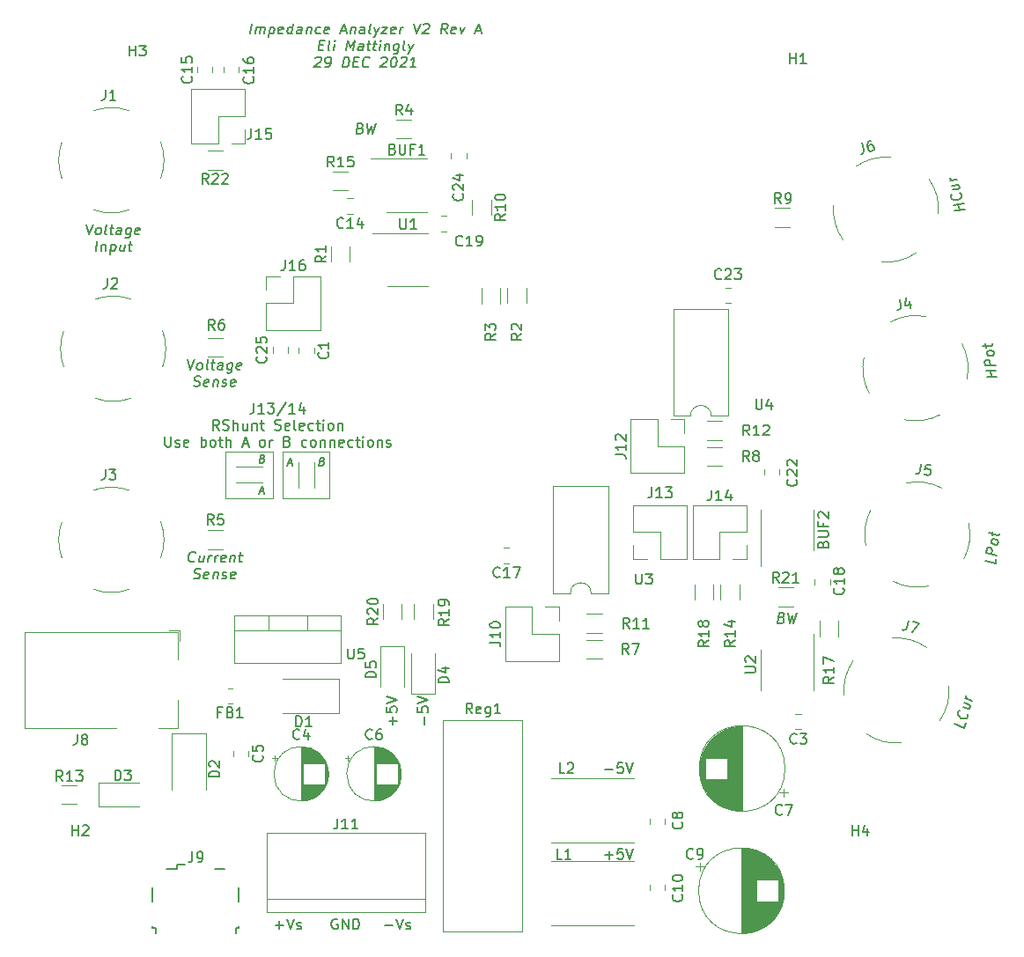
<source format=gbr>
%TF.GenerationSoftware,KiCad,Pcbnew,(6.0.0)*%
%TF.CreationDate,2022-01-09T15:16:55-05:00*%
%TF.ProjectId,Impedance_Analyzer_V2,496d7065-6461-46e6-9365-5f416e616c79,rev?*%
%TF.SameCoordinates,Original*%
%TF.FileFunction,Legend,Top*%
%TF.FilePolarity,Positive*%
%FSLAX46Y46*%
G04 Gerber Fmt 4.6, Leading zero omitted, Abs format (unit mm)*
G04 Created by KiCad (PCBNEW (6.0.0)) date 2022-01-09 15:16:55*
%MOMM*%
%LPD*%
G01*
G04 APERTURE LIST*
%ADD10C,0.120000*%
%ADD11C,0.150000*%
G04 APERTURE END LIST*
D10*
X90000000Y-99000000D02*
X92500000Y-99000000D01*
X96000000Y-97000000D02*
X96000000Y-99500000D01*
X94500000Y-96000000D02*
X99000000Y-96000000D01*
X99000000Y-96000000D02*
X99000000Y-100500000D01*
X99000000Y-100500000D02*
X94500000Y-100500000D01*
X94500000Y-100500000D02*
X94500000Y-96000000D01*
X89000000Y-96000000D02*
X93500000Y-96000000D01*
X93500000Y-96000000D02*
X93500000Y-100500000D01*
X93500000Y-100500000D02*
X89000000Y-100500000D01*
X89000000Y-100500000D02*
X89000000Y-96000000D01*
X90000000Y-97500000D02*
X92500000Y-97500000D01*
X97500000Y-97000000D02*
X97500000Y-99500000D01*
D11*
X85363660Y-87147380D02*
X85571994Y-88147380D01*
X86030327Y-87147380D01*
X86381517Y-88147380D02*
X86292232Y-88099761D01*
X86250565Y-88052142D01*
X86214851Y-87956904D01*
X86250565Y-87671190D01*
X86310089Y-87575952D01*
X86363660Y-87528333D01*
X86464851Y-87480714D01*
X86607708Y-87480714D01*
X86696994Y-87528333D01*
X86738660Y-87575952D01*
X86774375Y-87671190D01*
X86738660Y-87956904D01*
X86679136Y-88052142D01*
X86625565Y-88099761D01*
X86524375Y-88147380D01*
X86381517Y-88147380D01*
X87286279Y-88147380D02*
X87196994Y-88099761D01*
X87161279Y-88004523D01*
X87268422Y-87147380D01*
X87607708Y-87480714D02*
X87988660Y-87480714D01*
X87792232Y-87147380D02*
X87685089Y-88004523D01*
X87720803Y-88099761D01*
X87810089Y-88147380D01*
X87905327Y-88147380D01*
X88667232Y-88147380D02*
X88732708Y-87623571D01*
X88696994Y-87528333D01*
X88607708Y-87480714D01*
X88417232Y-87480714D01*
X88316041Y-87528333D01*
X88673184Y-88099761D02*
X88571994Y-88147380D01*
X88333898Y-88147380D01*
X88244613Y-88099761D01*
X88208898Y-88004523D01*
X88220803Y-87909285D01*
X88280327Y-87814047D01*
X88381517Y-87766428D01*
X88619613Y-87766428D01*
X88720803Y-87718809D01*
X89655327Y-87480714D02*
X89554136Y-88290238D01*
X89494613Y-88385476D01*
X89441041Y-88433095D01*
X89339851Y-88480714D01*
X89196994Y-88480714D01*
X89107708Y-88433095D01*
X89577946Y-88099761D02*
X89476755Y-88147380D01*
X89286279Y-88147380D01*
X89196994Y-88099761D01*
X89155327Y-88052142D01*
X89119613Y-87956904D01*
X89155327Y-87671190D01*
X89214851Y-87575952D01*
X89268422Y-87528333D01*
X89369613Y-87480714D01*
X89560089Y-87480714D01*
X89649375Y-87528333D01*
X90435089Y-88099761D02*
X90333898Y-88147380D01*
X90143422Y-88147380D01*
X90054136Y-88099761D01*
X90018422Y-88004523D01*
X90066041Y-87623571D01*
X90125565Y-87528333D01*
X90226755Y-87480714D01*
X90417232Y-87480714D01*
X90506517Y-87528333D01*
X90542232Y-87623571D01*
X90530327Y-87718809D01*
X90042232Y-87814047D01*
X85911279Y-89709761D02*
X86048184Y-89757380D01*
X86286279Y-89757380D01*
X86387470Y-89709761D01*
X86441041Y-89662142D01*
X86500565Y-89566904D01*
X86512470Y-89471666D01*
X86476755Y-89376428D01*
X86435089Y-89328809D01*
X86345803Y-89281190D01*
X86161279Y-89233571D01*
X86071994Y-89185952D01*
X86030327Y-89138333D01*
X85994613Y-89043095D01*
X86006517Y-88947857D01*
X86066041Y-88852619D01*
X86119613Y-88805000D01*
X86220803Y-88757380D01*
X86458898Y-88757380D01*
X86595803Y-88805000D01*
X87292232Y-89709761D02*
X87191041Y-89757380D01*
X87000565Y-89757380D01*
X86911279Y-89709761D01*
X86875565Y-89614523D01*
X86923184Y-89233571D01*
X86982708Y-89138333D01*
X87083898Y-89090714D01*
X87274375Y-89090714D01*
X87363660Y-89138333D01*
X87399375Y-89233571D01*
X87387470Y-89328809D01*
X86899375Y-89424047D01*
X87845803Y-89090714D02*
X87762470Y-89757380D01*
X87833898Y-89185952D02*
X87887470Y-89138333D01*
X87988660Y-89090714D01*
X88131517Y-89090714D01*
X88220803Y-89138333D01*
X88256517Y-89233571D01*
X88191041Y-89757380D01*
X88625565Y-89709761D02*
X88714851Y-89757380D01*
X88905327Y-89757380D01*
X89006517Y-89709761D01*
X89066041Y-89614523D01*
X89071994Y-89566904D01*
X89036279Y-89471666D01*
X88946994Y-89424047D01*
X88804136Y-89424047D01*
X88714851Y-89376428D01*
X88679136Y-89281190D01*
X88685089Y-89233571D01*
X88744613Y-89138333D01*
X88845803Y-89090714D01*
X88988660Y-89090714D01*
X89077946Y-89138333D01*
X89863660Y-89709761D02*
X89762470Y-89757380D01*
X89571994Y-89757380D01*
X89482708Y-89709761D01*
X89446994Y-89614523D01*
X89494613Y-89233571D01*
X89554136Y-89138333D01*
X89655327Y-89090714D01*
X89845803Y-89090714D01*
X89935089Y-89138333D01*
X89970803Y-89233571D01*
X89958898Y-89328809D01*
X89470803Y-89424047D01*
X75613660Y-74147380D02*
X75821994Y-75147380D01*
X76280327Y-74147380D01*
X76631517Y-75147380D02*
X76542232Y-75099761D01*
X76500565Y-75052142D01*
X76464851Y-74956904D01*
X76500565Y-74671190D01*
X76560089Y-74575952D01*
X76613660Y-74528333D01*
X76714851Y-74480714D01*
X76857708Y-74480714D01*
X76946994Y-74528333D01*
X76988660Y-74575952D01*
X77024375Y-74671190D01*
X76988660Y-74956904D01*
X76929136Y-75052142D01*
X76875565Y-75099761D01*
X76774375Y-75147380D01*
X76631517Y-75147380D01*
X77536279Y-75147380D02*
X77446994Y-75099761D01*
X77411279Y-75004523D01*
X77518422Y-74147380D01*
X77857708Y-74480714D02*
X78238660Y-74480714D01*
X78042232Y-74147380D02*
X77935089Y-75004523D01*
X77970803Y-75099761D01*
X78060089Y-75147380D01*
X78155327Y-75147380D01*
X78917232Y-75147380D02*
X78982708Y-74623571D01*
X78946994Y-74528333D01*
X78857708Y-74480714D01*
X78667232Y-74480714D01*
X78566041Y-74528333D01*
X78923184Y-75099761D02*
X78821994Y-75147380D01*
X78583898Y-75147380D01*
X78494613Y-75099761D01*
X78458898Y-75004523D01*
X78470803Y-74909285D01*
X78530327Y-74814047D01*
X78631517Y-74766428D01*
X78869613Y-74766428D01*
X78970803Y-74718809D01*
X79905327Y-74480714D02*
X79804136Y-75290238D01*
X79744613Y-75385476D01*
X79691041Y-75433095D01*
X79589851Y-75480714D01*
X79446994Y-75480714D01*
X79357708Y-75433095D01*
X79827946Y-75099761D02*
X79726755Y-75147380D01*
X79536279Y-75147380D01*
X79446994Y-75099761D01*
X79405327Y-75052142D01*
X79369613Y-74956904D01*
X79405327Y-74671190D01*
X79464851Y-74575952D01*
X79518422Y-74528333D01*
X79619613Y-74480714D01*
X79810089Y-74480714D01*
X79899375Y-74528333D01*
X80685089Y-75099761D02*
X80583898Y-75147380D01*
X80393422Y-75147380D01*
X80304136Y-75099761D01*
X80268422Y-75004523D01*
X80316041Y-74623571D01*
X80375565Y-74528333D01*
X80476755Y-74480714D01*
X80667232Y-74480714D01*
X80756517Y-74528333D01*
X80792232Y-74623571D01*
X80780327Y-74718809D01*
X80292232Y-74814047D01*
X76512470Y-76757380D02*
X76637470Y-75757380D01*
X77071994Y-76090714D02*
X76988660Y-76757380D01*
X77060089Y-76185952D02*
X77113660Y-76138333D01*
X77214851Y-76090714D01*
X77357708Y-76090714D01*
X77446994Y-76138333D01*
X77482708Y-76233571D01*
X77417232Y-76757380D01*
X77976755Y-76090714D02*
X77851755Y-77090714D01*
X77970803Y-76138333D02*
X78071994Y-76090714D01*
X78262470Y-76090714D01*
X78351755Y-76138333D01*
X78393422Y-76185952D01*
X78429136Y-76281190D01*
X78393422Y-76566904D01*
X78333898Y-76662142D01*
X78280327Y-76709761D01*
X78179136Y-76757380D01*
X77988660Y-76757380D01*
X77899375Y-76709761D01*
X79310089Y-76090714D02*
X79226755Y-76757380D01*
X78881517Y-76090714D02*
X78816041Y-76614523D01*
X78851755Y-76709761D01*
X78941041Y-76757380D01*
X79083898Y-76757380D01*
X79185089Y-76709761D01*
X79238660Y-76662142D01*
X79643422Y-76090714D02*
X80024375Y-76090714D01*
X79827946Y-75757380D02*
X79720803Y-76614523D01*
X79756517Y-76709761D01*
X79845803Y-76757380D01*
X79941041Y-76757380D01*
X160112022Y-72719247D02*
X159113744Y-72857325D01*
X159589115Y-72791573D02*
X159441218Y-72239616D01*
X159964126Y-72167289D02*
X158965848Y-72305367D01*
X159597908Y-71168517D02*
X159657770Y-71207938D01*
X159742281Y-71339353D01*
X159766930Y-71431346D01*
X159756367Y-71575910D01*
X159685943Y-71681053D01*
X159603193Y-71740200D01*
X159425370Y-71812497D01*
X159282759Y-71832223D01*
X159080286Y-71812527D01*
X158972887Y-71779681D01*
X158853163Y-71700838D01*
X158768652Y-71569424D01*
X158744003Y-71477431D01*
X158754566Y-71332866D01*
X158789778Y-71280295D01*
X158805618Y-70419483D02*
X159471137Y-70327430D01*
X158916541Y-70833451D02*
X159439448Y-70761124D01*
X159522198Y-70701977D01*
X159545085Y-70603409D01*
X159508111Y-70465420D01*
X159435925Y-70380002D01*
X159376063Y-70340581D01*
X159347890Y-69867466D02*
X158682371Y-69959518D01*
X158872519Y-69933217D02*
X158765120Y-69900371D01*
X158705259Y-69860950D01*
X158633072Y-69775532D01*
X158608423Y-69683539D01*
X163173227Y-88789771D02*
X162165562Y-88805161D01*
X162645403Y-88797833D02*
X162565875Y-88231965D01*
X163093700Y-88223904D02*
X162086035Y-88239294D01*
X163027427Y-87752348D02*
X162019762Y-87767737D01*
X161966744Y-87390492D01*
X162001473Y-87295448D01*
X162042830Y-87247560D01*
X162132171Y-87198939D01*
X162276123Y-87196740D01*
X162378718Y-87242430D01*
X162433329Y-87288853D01*
X162494568Y-87382431D01*
X162547586Y-87759676D01*
X162868372Y-86620613D02*
X162833642Y-86715657D01*
X162792286Y-86763545D01*
X162702945Y-86812167D01*
X162415041Y-86816564D01*
X162312445Y-86770874D01*
X162257834Y-86724451D01*
X162196595Y-86630873D01*
X162176713Y-86489406D01*
X162211443Y-86394362D01*
X162252800Y-86346473D01*
X162342140Y-86297852D01*
X162630045Y-86293455D01*
X162732640Y-86339145D01*
X162787251Y-86385568D01*
X162848490Y-86479146D01*
X162868372Y-86620613D01*
X162110440Y-86017849D02*
X162057422Y-85640604D01*
X161754670Y-85881512D02*
X162618383Y-85868321D01*
X162707724Y-85819700D01*
X162742453Y-85724656D01*
X162729199Y-85630345D01*
X163074306Y-106320748D02*
X163016273Y-106793389D01*
X162038961Y-106547451D01*
X163114930Y-105989899D02*
X162137617Y-105743961D01*
X162184043Y-105365849D01*
X162242189Y-105283032D01*
X162294531Y-105247479D01*
X162393411Y-105223638D01*
X162533027Y-105258771D01*
X162620302Y-105329458D01*
X162661037Y-105388434D01*
X162695969Y-105494673D01*
X162649543Y-105872786D01*
X163254209Y-104855561D02*
X163196063Y-104938378D01*
X163143721Y-104973930D01*
X163044841Y-104997772D01*
X162765609Y-104927504D01*
X162678335Y-104856817D01*
X162637599Y-104797842D01*
X162602667Y-104691602D01*
X162620077Y-104549810D01*
X162678222Y-104466993D01*
X162730564Y-104431440D01*
X162829445Y-104407599D01*
X163108677Y-104477867D01*
X163195951Y-104548553D01*
X163236687Y-104607529D01*
X163271619Y-104713768D01*
X163254209Y-104855561D01*
X162678110Y-104077169D02*
X162724536Y-103699056D01*
X162369749Y-103853397D02*
X163207446Y-104064201D01*
X163306326Y-104040360D01*
X163364471Y-103957543D01*
X163376078Y-103863014D01*
X160165969Y-122128460D02*
X160042721Y-122588425D01*
X159109148Y-122208865D01*
X160311226Y-121218379D02*
X160343358Y-121282450D01*
X160350839Y-121438513D01*
X160326190Y-121530506D01*
X160244760Y-121650421D01*
X160131199Y-121706266D01*
X160029962Y-121716114D01*
X159839814Y-121689813D01*
X159706446Y-121635590D01*
X159540948Y-121517297D01*
X159464360Y-121435152D01*
X159400098Y-121307010D01*
X159392616Y-121150947D01*
X159417266Y-121058954D01*
X159498696Y-120939038D01*
X159555476Y-120911116D01*
X159999601Y-120173551D02*
X160621983Y-120426591D01*
X159888678Y-120587519D02*
X160377693Y-120786336D01*
X160478929Y-120776489D01*
X160548035Y-120702570D01*
X160585009Y-120564580D01*
X160565202Y-120454513D01*
X160533071Y-120390443D01*
X160745230Y-119966626D02*
X160122848Y-119713587D01*
X160300671Y-119785884D02*
X160224084Y-119703739D01*
X160191953Y-119639668D01*
X160172147Y-119529601D01*
X160196796Y-119437608D01*
X104285714Y-141571428D02*
X105047619Y-141571428D01*
X105380952Y-140952380D02*
X105714285Y-141952380D01*
X106047619Y-140952380D01*
X106333333Y-141904761D02*
X106428571Y-141952380D01*
X106619047Y-141952380D01*
X106714285Y-141904761D01*
X106761904Y-141809523D01*
X106761904Y-141761904D01*
X106714285Y-141666666D01*
X106619047Y-141619047D01*
X106476190Y-141619047D01*
X106380952Y-141571428D01*
X106333333Y-141476190D01*
X106333333Y-141428571D01*
X106380952Y-141333333D01*
X106476190Y-141285714D01*
X106619047Y-141285714D01*
X106714285Y-141333333D01*
X93785714Y-141571428D02*
X94547619Y-141571428D01*
X94166666Y-141952380D02*
X94166666Y-141190476D01*
X94880952Y-140952380D02*
X95214285Y-141952380D01*
X95547619Y-140952380D01*
X95833333Y-141904761D02*
X95928571Y-141952380D01*
X96119047Y-141952380D01*
X96214285Y-141904761D01*
X96261904Y-141809523D01*
X96261904Y-141761904D01*
X96214285Y-141666666D01*
X96119047Y-141619047D01*
X95976190Y-141619047D01*
X95880952Y-141571428D01*
X95833333Y-141476190D01*
X95833333Y-141428571D01*
X95880952Y-141333333D01*
X95976190Y-141285714D01*
X96119047Y-141285714D01*
X96214285Y-141333333D01*
X99738095Y-141000000D02*
X99642857Y-140952380D01*
X99500000Y-140952380D01*
X99357142Y-141000000D01*
X99261904Y-141095238D01*
X99214285Y-141190476D01*
X99166666Y-141380952D01*
X99166666Y-141523809D01*
X99214285Y-141714285D01*
X99261904Y-141809523D01*
X99357142Y-141904761D01*
X99500000Y-141952380D01*
X99595238Y-141952380D01*
X99738095Y-141904761D01*
X99785714Y-141857142D01*
X99785714Y-141523809D01*
X99595238Y-141523809D01*
X100214285Y-141952380D02*
X100214285Y-140952380D01*
X100785714Y-141952380D01*
X100785714Y-140952380D01*
X101261904Y-141952380D02*
X101261904Y-140952380D01*
X101500000Y-140952380D01*
X101642857Y-141000000D01*
X101738095Y-141095238D01*
X101785714Y-141190476D01*
X101833333Y-141380952D01*
X101833333Y-141523809D01*
X101785714Y-141714285D01*
X101738095Y-141809523D01*
X101642857Y-141904761D01*
X101500000Y-141952380D01*
X101261904Y-141952380D01*
X142470803Y-111978571D02*
X142607708Y-112026190D01*
X142649375Y-112073809D01*
X142685089Y-112169047D01*
X142667232Y-112311904D01*
X142607708Y-112407142D01*
X142554136Y-112454761D01*
X142452946Y-112502380D01*
X142071994Y-112502380D01*
X142196994Y-111502380D01*
X142530327Y-111502380D01*
X142619613Y-111550000D01*
X142661279Y-111597619D01*
X142696994Y-111692857D01*
X142685089Y-111788095D01*
X142625565Y-111883333D01*
X142571994Y-111930952D01*
X142470803Y-111978571D01*
X142137470Y-111978571D01*
X143101755Y-111502380D02*
X143214851Y-112502380D01*
X143494613Y-111788095D01*
X143595803Y-112502380D01*
X143958898Y-111502380D01*
X125464285Y-126571428D02*
X126226190Y-126571428D01*
X127178571Y-125952380D02*
X126702380Y-125952380D01*
X126654761Y-126428571D01*
X126702380Y-126380952D01*
X126797619Y-126333333D01*
X127035714Y-126333333D01*
X127130952Y-126380952D01*
X127178571Y-126428571D01*
X127226190Y-126523809D01*
X127226190Y-126761904D01*
X127178571Y-126857142D01*
X127130952Y-126904761D01*
X127035714Y-126952380D01*
X126797619Y-126952380D01*
X126702380Y-126904761D01*
X126654761Y-126857142D01*
X127511904Y-125952380D02*
X127845238Y-126952380D01*
X128178571Y-125952380D01*
X92531674Y-96696428D02*
X92634352Y-96732142D01*
X92665602Y-96767857D01*
X92692388Y-96839285D01*
X92678995Y-96946428D01*
X92634352Y-97017857D01*
X92594174Y-97053571D01*
X92518281Y-97089285D01*
X92232566Y-97089285D01*
X92326316Y-96339285D01*
X92576316Y-96339285D01*
X92643281Y-96375000D01*
X92674531Y-96410714D01*
X92701316Y-96482142D01*
X92692388Y-96553571D01*
X92647745Y-96625000D01*
X92607566Y-96660714D01*
X92531674Y-96696428D01*
X92281674Y-96696428D01*
X108071428Y-122285714D02*
X108071428Y-121523809D01*
X107452380Y-120571428D02*
X107452380Y-121047619D01*
X107928571Y-121095238D01*
X107880952Y-121047619D01*
X107833333Y-120952380D01*
X107833333Y-120714285D01*
X107880952Y-120619047D01*
X107928571Y-120571428D01*
X108023809Y-120523809D01*
X108261904Y-120523809D01*
X108357142Y-120571428D01*
X108404761Y-120619047D01*
X108452380Y-120714285D01*
X108452380Y-120952380D01*
X108404761Y-121047619D01*
X108357142Y-121095238D01*
X107452380Y-120238095D02*
X108452380Y-119904761D01*
X107452380Y-119571428D01*
X91357708Y-55842380D02*
X91482708Y-54842380D01*
X91833898Y-55842380D02*
X91917232Y-55175714D01*
X91905327Y-55270952D02*
X91958898Y-55223333D01*
X92060089Y-55175714D01*
X92202946Y-55175714D01*
X92292232Y-55223333D01*
X92327946Y-55318571D01*
X92262470Y-55842380D01*
X92327946Y-55318571D02*
X92387470Y-55223333D01*
X92488660Y-55175714D01*
X92631517Y-55175714D01*
X92720803Y-55223333D01*
X92756517Y-55318571D01*
X92691041Y-55842380D01*
X93250565Y-55175714D02*
X93125565Y-56175714D01*
X93244613Y-55223333D02*
X93345803Y-55175714D01*
X93536279Y-55175714D01*
X93625565Y-55223333D01*
X93667232Y-55270952D01*
X93702946Y-55366190D01*
X93667232Y-55651904D01*
X93607708Y-55747142D01*
X93554136Y-55794761D01*
X93452946Y-55842380D01*
X93262470Y-55842380D01*
X93173184Y-55794761D01*
X94458898Y-55794761D02*
X94357708Y-55842380D01*
X94167232Y-55842380D01*
X94077946Y-55794761D01*
X94042232Y-55699523D01*
X94089851Y-55318571D01*
X94149375Y-55223333D01*
X94250565Y-55175714D01*
X94441041Y-55175714D01*
X94530327Y-55223333D01*
X94566041Y-55318571D01*
X94554136Y-55413809D01*
X94066041Y-55509047D01*
X95357708Y-55842380D02*
X95482708Y-54842380D01*
X95363660Y-55794761D02*
X95262470Y-55842380D01*
X95071994Y-55842380D01*
X94982708Y-55794761D01*
X94941041Y-55747142D01*
X94905327Y-55651904D01*
X94941041Y-55366190D01*
X95000565Y-55270952D01*
X95054136Y-55223333D01*
X95155327Y-55175714D01*
X95345803Y-55175714D01*
X95435089Y-55223333D01*
X96262470Y-55842380D02*
X96327946Y-55318571D01*
X96292232Y-55223333D01*
X96202946Y-55175714D01*
X96012470Y-55175714D01*
X95911279Y-55223333D01*
X96268422Y-55794761D02*
X96167232Y-55842380D01*
X95929136Y-55842380D01*
X95839851Y-55794761D01*
X95804136Y-55699523D01*
X95816041Y-55604285D01*
X95875565Y-55509047D01*
X95976755Y-55461428D01*
X96214851Y-55461428D01*
X96316041Y-55413809D01*
X96821994Y-55175714D02*
X96738660Y-55842380D01*
X96810089Y-55270952D02*
X96863660Y-55223333D01*
X96964851Y-55175714D01*
X97107708Y-55175714D01*
X97196994Y-55223333D01*
X97232708Y-55318571D01*
X97167232Y-55842380D01*
X98077946Y-55794761D02*
X97976755Y-55842380D01*
X97786279Y-55842380D01*
X97696994Y-55794761D01*
X97655327Y-55747142D01*
X97619613Y-55651904D01*
X97655327Y-55366190D01*
X97714851Y-55270952D01*
X97768422Y-55223333D01*
X97869613Y-55175714D01*
X98060089Y-55175714D01*
X98149375Y-55223333D01*
X98887470Y-55794761D02*
X98786279Y-55842380D01*
X98595803Y-55842380D01*
X98506517Y-55794761D01*
X98470803Y-55699523D01*
X98518422Y-55318571D01*
X98577946Y-55223333D01*
X98679136Y-55175714D01*
X98869613Y-55175714D01*
X98958898Y-55223333D01*
X98994613Y-55318571D01*
X98982708Y-55413809D01*
X98494613Y-55509047D01*
X100107708Y-55556666D02*
X100583898Y-55556666D01*
X99976755Y-55842380D02*
X100435089Y-54842380D01*
X100643422Y-55842380D01*
X101060089Y-55175714D02*
X100976755Y-55842380D01*
X101048184Y-55270952D02*
X101101755Y-55223333D01*
X101202946Y-55175714D01*
X101345803Y-55175714D01*
X101435089Y-55223333D01*
X101470803Y-55318571D01*
X101405327Y-55842380D01*
X102310089Y-55842380D02*
X102375565Y-55318571D01*
X102339851Y-55223333D01*
X102250565Y-55175714D01*
X102060089Y-55175714D01*
X101958898Y-55223333D01*
X102316041Y-55794761D02*
X102214851Y-55842380D01*
X101976755Y-55842380D01*
X101887470Y-55794761D01*
X101851755Y-55699523D01*
X101863660Y-55604285D01*
X101923184Y-55509047D01*
X102024375Y-55461428D01*
X102262470Y-55461428D01*
X102363660Y-55413809D01*
X102929136Y-55842380D02*
X102839851Y-55794761D01*
X102804136Y-55699523D01*
X102911279Y-54842380D01*
X103298184Y-55175714D02*
X103452946Y-55842380D01*
X103774375Y-55175714D02*
X103452946Y-55842380D01*
X103327946Y-56080476D01*
X103274375Y-56128095D01*
X103173184Y-56175714D01*
X104060089Y-55175714D02*
X104583898Y-55175714D01*
X103976755Y-55842380D01*
X104500565Y-55842380D01*
X105268422Y-55794761D02*
X105167232Y-55842380D01*
X104976755Y-55842380D01*
X104887470Y-55794761D01*
X104851755Y-55699523D01*
X104899375Y-55318571D01*
X104958898Y-55223333D01*
X105060089Y-55175714D01*
X105250565Y-55175714D01*
X105339851Y-55223333D01*
X105375565Y-55318571D01*
X105363660Y-55413809D01*
X104875565Y-55509047D01*
X105738660Y-55842380D02*
X105821994Y-55175714D01*
X105798184Y-55366190D02*
X105857708Y-55270952D01*
X105911279Y-55223333D01*
X106012470Y-55175714D01*
X106107708Y-55175714D01*
X107101755Y-54842380D02*
X107310089Y-55842380D01*
X107768422Y-54842380D01*
X108042232Y-54937619D02*
X108095803Y-54890000D01*
X108196994Y-54842380D01*
X108435089Y-54842380D01*
X108524375Y-54890000D01*
X108566041Y-54937619D01*
X108601755Y-55032857D01*
X108589851Y-55128095D01*
X108524375Y-55270952D01*
X107881517Y-55842380D01*
X108500565Y-55842380D01*
X110262470Y-55842380D02*
X109988660Y-55366190D01*
X109691041Y-55842380D02*
X109816041Y-54842380D01*
X110196994Y-54842380D01*
X110286279Y-54890000D01*
X110327946Y-54937619D01*
X110363660Y-55032857D01*
X110345803Y-55175714D01*
X110286279Y-55270952D01*
X110232708Y-55318571D01*
X110131517Y-55366190D01*
X109750565Y-55366190D01*
X111077946Y-55794761D02*
X110976755Y-55842380D01*
X110786279Y-55842380D01*
X110696994Y-55794761D01*
X110661279Y-55699523D01*
X110708898Y-55318571D01*
X110768422Y-55223333D01*
X110869613Y-55175714D01*
X111060089Y-55175714D01*
X111149375Y-55223333D01*
X111185089Y-55318571D01*
X111173184Y-55413809D01*
X110685089Y-55509047D01*
X111536279Y-55175714D02*
X111691041Y-55842380D01*
X112012470Y-55175714D01*
X113060089Y-55556666D02*
X113536279Y-55556666D01*
X112929136Y-55842380D02*
X113387470Y-54842380D01*
X113595803Y-55842380D01*
X97994613Y-56928571D02*
X98327946Y-56928571D01*
X98405327Y-57452380D02*
X97929136Y-57452380D01*
X98054136Y-56452380D01*
X98530327Y-56452380D01*
X98976755Y-57452380D02*
X98887470Y-57404761D01*
X98851755Y-57309523D01*
X98958898Y-56452380D01*
X99357708Y-57452380D02*
X99441041Y-56785714D01*
X99482708Y-56452380D02*
X99429136Y-56500000D01*
X99470803Y-56547619D01*
X99524375Y-56500000D01*
X99482708Y-56452380D01*
X99470803Y-56547619D01*
X100595803Y-57452380D02*
X100720803Y-56452380D01*
X100964851Y-57166666D01*
X101387470Y-56452380D01*
X101262470Y-57452380D01*
X102167232Y-57452380D02*
X102232708Y-56928571D01*
X102196994Y-56833333D01*
X102107708Y-56785714D01*
X101917232Y-56785714D01*
X101816041Y-56833333D01*
X102173184Y-57404761D02*
X102071994Y-57452380D01*
X101833898Y-57452380D01*
X101744613Y-57404761D01*
X101708898Y-57309523D01*
X101720803Y-57214285D01*
X101780327Y-57119047D01*
X101881517Y-57071428D01*
X102119613Y-57071428D01*
X102220803Y-57023809D01*
X102583898Y-56785714D02*
X102964851Y-56785714D01*
X102768422Y-56452380D02*
X102661279Y-57309523D01*
X102696994Y-57404761D01*
X102786279Y-57452380D01*
X102881517Y-57452380D01*
X103155327Y-56785714D02*
X103536279Y-56785714D01*
X103339851Y-56452380D02*
X103232708Y-57309523D01*
X103268422Y-57404761D01*
X103357708Y-57452380D01*
X103452946Y-57452380D01*
X103786279Y-57452380D02*
X103869613Y-56785714D01*
X103911279Y-56452380D02*
X103857708Y-56500000D01*
X103899375Y-56547619D01*
X103952946Y-56500000D01*
X103911279Y-56452380D01*
X103899375Y-56547619D01*
X104345803Y-56785714D02*
X104262470Y-57452380D01*
X104333898Y-56880952D02*
X104387470Y-56833333D01*
X104488660Y-56785714D01*
X104631517Y-56785714D01*
X104720803Y-56833333D01*
X104756517Y-56928571D01*
X104691041Y-57452380D01*
X105679136Y-56785714D02*
X105577946Y-57595238D01*
X105518422Y-57690476D01*
X105464851Y-57738095D01*
X105363660Y-57785714D01*
X105220803Y-57785714D01*
X105131517Y-57738095D01*
X105601755Y-57404761D02*
X105500565Y-57452380D01*
X105310089Y-57452380D01*
X105220803Y-57404761D01*
X105179136Y-57357142D01*
X105143422Y-57261904D01*
X105179136Y-56976190D01*
X105238660Y-56880952D01*
X105292232Y-56833333D01*
X105393422Y-56785714D01*
X105583898Y-56785714D01*
X105673184Y-56833333D01*
X106214851Y-57452380D02*
X106125565Y-57404761D01*
X106089851Y-57309523D01*
X106196994Y-56452380D01*
X106583898Y-56785714D02*
X106738660Y-57452380D01*
X107060089Y-56785714D02*
X106738660Y-57452380D01*
X106613660Y-57690476D01*
X106560089Y-57738095D01*
X106458898Y-57785714D01*
X97637470Y-58157619D02*
X97691041Y-58110000D01*
X97792232Y-58062380D01*
X98030327Y-58062380D01*
X98119613Y-58110000D01*
X98161279Y-58157619D01*
X98196994Y-58252857D01*
X98185089Y-58348095D01*
X98119613Y-58490952D01*
X97476755Y-59062380D01*
X98095803Y-59062380D01*
X98571994Y-59062380D02*
X98762470Y-59062380D01*
X98863660Y-59014761D01*
X98917232Y-58967142D01*
X99030327Y-58824285D01*
X99101755Y-58633809D01*
X99149375Y-58252857D01*
X99113660Y-58157619D01*
X99071994Y-58110000D01*
X98982708Y-58062380D01*
X98792232Y-58062380D01*
X98691041Y-58110000D01*
X98637470Y-58157619D01*
X98577946Y-58252857D01*
X98548184Y-58490952D01*
X98583898Y-58586190D01*
X98625565Y-58633809D01*
X98714851Y-58681428D01*
X98905327Y-58681428D01*
X99006517Y-58633809D01*
X99060089Y-58586190D01*
X99119613Y-58490952D01*
X100238660Y-59062380D02*
X100363660Y-58062380D01*
X100601755Y-58062380D01*
X100738660Y-58110000D01*
X100821994Y-58205238D01*
X100857708Y-58300476D01*
X100881517Y-58490952D01*
X100863660Y-58633809D01*
X100792232Y-58824285D01*
X100732708Y-58919523D01*
X100625565Y-59014761D01*
X100476755Y-59062380D01*
X100238660Y-59062380D01*
X101304136Y-58538571D02*
X101637470Y-58538571D01*
X101714851Y-59062380D02*
X101238660Y-59062380D01*
X101363660Y-58062380D01*
X101839851Y-58062380D01*
X102726755Y-58967142D02*
X102673184Y-59014761D01*
X102524375Y-59062380D01*
X102429136Y-59062380D01*
X102292232Y-59014761D01*
X102208898Y-58919523D01*
X102173184Y-58824285D01*
X102149375Y-58633809D01*
X102167232Y-58490952D01*
X102238660Y-58300476D01*
X102298184Y-58205238D01*
X102405327Y-58110000D01*
X102554136Y-58062380D01*
X102649375Y-58062380D01*
X102786279Y-58110000D01*
X102827946Y-58157619D01*
X103970803Y-58157619D02*
X104024375Y-58110000D01*
X104125565Y-58062380D01*
X104363660Y-58062380D01*
X104452946Y-58110000D01*
X104494613Y-58157619D01*
X104530327Y-58252857D01*
X104518422Y-58348095D01*
X104452946Y-58490952D01*
X103810089Y-59062380D01*
X104429136Y-59062380D01*
X105173184Y-58062380D02*
X105268422Y-58062380D01*
X105357708Y-58110000D01*
X105399375Y-58157619D01*
X105435089Y-58252857D01*
X105458898Y-58443333D01*
X105429136Y-58681428D01*
X105357708Y-58871904D01*
X105298184Y-58967142D01*
X105244613Y-59014761D01*
X105143422Y-59062380D01*
X105048184Y-59062380D01*
X104958898Y-59014761D01*
X104917232Y-58967142D01*
X104881517Y-58871904D01*
X104857708Y-58681428D01*
X104887470Y-58443333D01*
X104958898Y-58252857D01*
X105018422Y-58157619D01*
X105071994Y-58110000D01*
X105173184Y-58062380D01*
X105875565Y-58157619D02*
X105929136Y-58110000D01*
X106030327Y-58062380D01*
X106268422Y-58062380D01*
X106357708Y-58110000D01*
X106399375Y-58157619D01*
X106435089Y-58252857D01*
X106423184Y-58348095D01*
X106357708Y-58490952D01*
X105714851Y-59062380D01*
X106333898Y-59062380D01*
X107286279Y-59062380D02*
X106714851Y-59062380D01*
X107000565Y-59062380D02*
X107125565Y-58062380D01*
X107012470Y-58205238D01*
X106905327Y-58300476D01*
X106804136Y-58348095D01*
X101970803Y-64928571D02*
X102107708Y-64976190D01*
X102149375Y-65023809D01*
X102185089Y-65119047D01*
X102167232Y-65261904D01*
X102107708Y-65357142D01*
X102054136Y-65404761D01*
X101952946Y-65452380D01*
X101571994Y-65452380D01*
X101696994Y-64452380D01*
X102030327Y-64452380D01*
X102119613Y-64500000D01*
X102161279Y-64547619D01*
X102196994Y-64642857D01*
X102185089Y-64738095D01*
X102125565Y-64833333D01*
X102071994Y-64880952D01*
X101970803Y-64928571D01*
X101637470Y-64928571D01*
X102601755Y-64452380D02*
X102714851Y-65452380D01*
X102994613Y-64738095D01*
X103095803Y-65452380D01*
X103458898Y-64452380D01*
X92277209Y-99875000D02*
X92634352Y-99875000D01*
X92178995Y-100089285D02*
X92522745Y-99339285D01*
X92678995Y-100089285D01*
X98281674Y-96946428D02*
X98384352Y-96982142D01*
X98415602Y-97017857D01*
X98442388Y-97089285D01*
X98428995Y-97196428D01*
X98384352Y-97267857D01*
X98344174Y-97303571D01*
X98268281Y-97339285D01*
X97982566Y-97339285D01*
X98076316Y-96589285D01*
X98326316Y-96589285D01*
X98393281Y-96625000D01*
X98424531Y-96660714D01*
X98451316Y-96732142D01*
X98442388Y-96803571D01*
X98397745Y-96875000D01*
X98357566Y-96910714D01*
X98281674Y-96946428D01*
X98031674Y-96946428D01*
X125464285Y-134821428D02*
X126226190Y-134821428D01*
X125845238Y-135202380D02*
X125845238Y-134440476D01*
X127178571Y-134202380D02*
X126702380Y-134202380D01*
X126654761Y-134678571D01*
X126702380Y-134630952D01*
X126797619Y-134583333D01*
X127035714Y-134583333D01*
X127130952Y-134630952D01*
X127178571Y-134678571D01*
X127226190Y-134773809D01*
X127226190Y-135011904D01*
X127178571Y-135107142D01*
X127130952Y-135154761D01*
X127035714Y-135202380D01*
X126797619Y-135202380D01*
X126702380Y-135154761D01*
X126654761Y-135107142D01*
X127511904Y-134202380D02*
X127845238Y-135202380D01*
X128178571Y-134202380D01*
X85988660Y-106552142D02*
X85935089Y-106599761D01*
X85786279Y-106647380D01*
X85691041Y-106647380D01*
X85554136Y-106599761D01*
X85470803Y-106504523D01*
X85435089Y-106409285D01*
X85411279Y-106218809D01*
X85429136Y-106075952D01*
X85500565Y-105885476D01*
X85560089Y-105790238D01*
X85667232Y-105695000D01*
X85816041Y-105647380D01*
X85911279Y-105647380D01*
X86048184Y-105695000D01*
X86089851Y-105742619D01*
X86917232Y-105980714D02*
X86833898Y-106647380D01*
X86488660Y-105980714D02*
X86423184Y-106504523D01*
X86458898Y-106599761D01*
X86548184Y-106647380D01*
X86691041Y-106647380D01*
X86792232Y-106599761D01*
X86845803Y-106552142D01*
X87310089Y-106647380D02*
X87393422Y-105980714D01*
X87369613Y-106171190D02*
X87429136Y-106075952D01*
X87482708Y-106028333D01*
X87583898Y-105980714D01*
X87679136Y-105980714D01*
X87929136Y-106647380D02*
X88012470Y-105980714D01*
X87988660Y-106171190D02*
X88048184Y-106075952D01*
X88101755Y-106028333D01*
X88202946Y-105980714D01*
X88298184Y-105980714D01*
X88935089Y-106599761D02*
X88833898Y-106647380D01*
X88643422Y-106647380D01*
X88554136Y-106599761D01*
X88518422Y-106504523D01*
X88566041Y-106123571D01*
X88625565Y-106028333D01*
X88726755Y-105980714D01*
X88917232Y-105980714D01*
X89006517Y-106028333D01*
X89042232Y-106123571D01*
X89030327Y-106218809D01*
X88542232Y-106314047D01*
X89488660Y-105980714D02*
X89405327Y-106647380D01*
X89476755Y-106075952D02*
X89530327Y-106028333D01*
X89631517Y-105980714D01*
X89774375Y-105980714D01*
X89863660Y-106028333D01*
X89899375Y-106123571D01*
X89833898Y-106647380D01*
X90250565Y-105980714D02*
X90631517Y-105980714D01*
X90435089Y-105647380D02*
X90327946Y-106504523D01*
X90363660Y-106599761D01*
X90452946Y-106647380D01*
X90548184Y-106647380D01*
X85911279Y-108209761D02*
X86048184Y-108257380D01*
X86286279Y-108257380D01*
X86387470Y-108209761D01*
X86441041Y-108162142D01*
X86500565Y-108066904D01*
X86512470Y-107971666D01*
X86476755Y-107876428D01*
X86435089Y-107828809D01*
X86345803Y-107781190D01*
X86161279Y-107733571D01*
X86071994Y-107685952D01*
X86030327Y-107638333D01*
X85994613Y-107543095D01*
X86006517Y-107447857D01*
X86066041Y-107352619D01*
X86119613Y-107305000D01*
X86220803Y-107257380D01*
X86458898Y-107257380D01*
X86595803Y-107305000D01*
X87292232Y-108209761D02*
X87191041Y-108257380D01*
X87000565Y-108257380D01*
X86911279Y-108209761D01*
X86875565Y-108114523D01*
X86923184Y-107733571D01*
X86982708Y-107638333D01*
X87083898Y-107590714D01*
X87274375Y-107590714D01*
X87363660Y-107638333D01*
X87399375Y-107733571D01*
X87387470Y-107828809D01*
X86899375Y-107924047D01*
X87845803Y-107590714D02*
X87762470Y-108257380D01*
X87833898Y-107685952D02*
X87887470Y-107638333D01*
X87988660Y-107590714D01*
X88131517Y-107590714D01*
X88220803Y-107638333D01*
X88256517Y-107733571D01*
X88191041Y-108257380D01*
X88625565Y-108209761D02*
X88714851Y-108257380D01*
X88905327Y-108257380D01*
X89006517Y-108209761D01*
X89066041Y-108114523D01*
X89071994Y-108066904D01*
X89036279Y-107971666D01*
X88946994Y-107924047D01*
X88804136Y-107924047D01*
X88714851Y-107876428D01*
X88679136Y-107781190D01*
X88685089Y-107733571D01*
X88744613Y-107638333D01*
X88845803Y-107590714D01*
X88988660Y-107590714D01*
X89077946Y-107638333D01*
X89863660Y-108209761D02*
X89762470Y-108257380D01*
X89571994Y-108257380D01*
X89482708Y-108209761D01*
X89446994Y-108114523D01*
X89494613Y-107733571D01*
X89554136Y-107638333D01*
X89655327Y-107590714D01*
X89845803Y-107590714D01*
X89935089Y-107638333D01*
X89970803Y-107733571D01*
X89958898Y-107828809D01*
X89470803Y-107924047D01*
X91714285Y-91342380D02*
X91714285Y-92056666D01*
X91666666Y-92199523D01*
X91571428Y-92294761D01*
X91428571Y-92342380D01*
X91333333Y-92342380D01*
X92714285Y-92342380D02*
X92142857Y-92342380D01*
X92428571Y-92342380D02*
X92428571Y-91342380D01*
X92333333Y-91485238D01*
X92238095Y-91580476D01*
X92142857Y-91628095D01*
X93047619Y-91342380D02*
X93666666Y-91342380D01*
X93333333Y-91723333D01*
X93476190Y-91723333D01*
X93571428Y-91770952D01*
X93619047Y-91818571D01*
X93666666Y-91913809D01*
X93666666Y-92151904D01*
X93619047Y-92247142D01*
X93571428Y-92294761D01*
X93476190Y-92342380D01*
X93190476Y-92342380D01*
X93095238Y-92294761D01*
X93047619Y-92247142D01*
X94809523Y-91294761D02*
X93952380Y-92580476D01*
X95666666Y-92342380D02*
X95095238Y-92342380D01*
X95380952Y-92342380D02*
X95380952Y-91342380D01*
X95285714Y-91485238D01*
X95190476Y-91580476D01*
X95095238Y-91628095D01*
X96523809Y-91675714D02*
X96523809Y-92342380D01*
X96285714Y-91294761D02*
X96047619Y-92009047D01*
X96666666Y-92009047D01*
X88357142Y-93952380D02*
X88023809Y-93476190D01*
X87785714Y-93952380D02*
X87785714Y-92952380D01*
X88166666Y-92952380D01*
X88261904Y-93000000D01*
X88309523Y-93047619D01*
X88357142Y-93142857D01*
X88357142Y-93285714D01*
X88309523Y-93380952D01*
X88261904Y-93428571D01*
X88166666Y-93476190D01*
X87785714Y-93476190D01*
X88738095Y-93904761D02*
X88880952Y-93952380D01*
X89119047Y-93952380D01*
X89214285Y-93904761D01*
X89261904Y-93857142D01*
X89309523Y-93761904D01*
X89309523Y-93666666D01*
X89261904Y-93571428D01*
X89214285Y-93523809D01*
X89119047Y-93476190D01*
X88928571Y-93428571D01*
X88833333Y-93380952D01*
X88785714Y-93333333D01*
X88738095Y-93238095D01*
X88738095Y-93142857D01*
X88785714Y-93047619D01*
X88833333Y-93000000D01*
X88928571Y-92952380D01*
X89166666Y-92952380D01*
X89309523Y-93000000D01*
X89738095Y-93952380D02*
X89738095Y-92952380D01*
X90166666Y-93952380D02*
X90166666Y-93428571D01*
X90119047Y-93333333D01*
X90023809Y-93285714D01*
X89880952Y-93285714D01*
X89785714Y-93333333D01*
X89738095Y-93380952D01*
X91071428Y-93285714D02*
X91071428Y-93952380D01*
X90642857Y-93285714D02*
X90642857Y-93809523D01*
X90690476Y-93904761D01*
X90785714Y-93952380D01*
X90928571Y-93952380D01*
X91023809Y-93904761D01*
X91071428Y-93857142D01*
X91547619Y-93285714D02*
X91547619Y-93952380D01*
X91547619Y-93380952D02*
X91595238Y-93333333D01*
X91690476Y-93285714D01*
X91833333Y-93285714D01*
X91928571Y-93333333D01*
X91976190Y-93428571D01*
X91976190Y-93952380D01*
X92309523Y-93285714D02*
X92690476Y-93285714D01*
X92452380Y-92952380D02*
X92452380Y-93809523D01*
X92500000Y-93904761D01*
X92595238Y-93952380D01*
X92690476Y-93952380D01*
X93738095Y-93904761D02*
X93880952Y-93952380D01*
X94119047Y-93952380D01*
X94214285Y-93904761D01*
X94261904Y-93857142D01*
X94309523Y-93761904D01*
X94309523Y-93666666D01*
X94261904Y-93571428D01*
X94214285Y-93523809D01*
X94119047Y-93476190D01*
X93928571Y-93428571D01*
X93833333Y-93380952D01*
X93785714Y-93333333D01*
X93738095Y-93238095D01*
X93738095Y-93142857D01*
X93785714Y-93047619D01*
X93833333Y-93000000D01*
X93928571Y-92952380D01*
X94166666Y-92952380D01*
X94309523Y-93000000D01*
X95119047Y-93904761D02*
X95023809Y-93952380D01*
X94833333Y-93952380D01*
X94738095Y-93904761D01*
X94690476Y-93809523D01*
X94690476Y-93428571D01*
X94738095Y-93333333D01*
X94833333Y-93285714D01*
X95023809Y-93285714D01*
X95119047Y-93333333D01*
X95166666Y-93428571D01*
X95166666Y-93523809D01*
X94690476Y-93619047D01*
X95738095Y-93952380D02*
X95642857Y-93904761D01*
X95595238Y-93809523D01*
X95595238Y-92952380D01*
X96500000Y-93904761D02*
X96404761Y-93952380D01*
X96214285Y-93952380D01*
X96119047Y-93904761D01*
X96071428Y-93809523D01*
X96071428Y-93428571D01*
X96119047Y-93333333D01*
X96214285Y-93285714D01*
X96404761Y-93285714D01*
X96500000Y-93333333D01*
X96547619Y-93428571D01*
X96547619Y-93523809D01*
X96071428Y-93619047D01*
X97404761Y-93904761D02*
X97309523Y-93952380D01*
X97119047Y-93952380D01*
X97023809Y-93904761D01*
X96976190Y-93857142D01*
X96928571Y-93761904D01*
X96928571Y-93476190D01*
X96976190Y-93380952D01*
X97023809Y-93333333D01*
X97119047Y-93285714D01*
X97309523Y-93285714D01*
X97404761Y-93333333D01*
X97690476Y-93285714D02*
X98071428Y-93285714D01*
X97833333Y-92952380D02*
X97833333Y-93809523D01*
X97880952Y-93904761D01*
X97976190Y-93952380D01*
X98071428Y-93952380D01*
X98404761Y-93952380D02*
X98404761Y-93285714D01*
X98404761Y-92952380D02*
X98357142Y-93000000D01*
X98404761Y-93047619D01*
X98452380Y-93000000D01*
X98404761Y-92952380D01*
X98404761Y-93047619D01*
X99023809Y-93952380D02*
X98928571Y-93904761D01*
X98880952Y-93857142D01*
X98833333Y-93761904D01*
X98833333Y-93476190D01*
X98880952Y-93380952D01*
X98928571Y-93333333D01*
X99023809Y-93285714D01*
X99166666Y-93285714D01*
X99261904Y-93333333D01*
X99309523Y-93380952D01*
X99357142Y-93476190D01*
X99357142Y-93761904D01*
X99309523Y-93857142D01*
X99261904Y-93904761D01*
X99166666Y-93952380D01*
X99023809Y-93952380D01*
X99785714Y-93285714D02*
X99785714Y-93952380D01*
X99785714Y-93380952D02*
X99833333Y-93333333D01*
X99928571Y-93285714D01*
X100071428Y-93285714D01*
X100166666Y-93333333D01*
X100214285Y-93428571D01*
X100214285Y-93952380D01*
X83166666Y-94562380D02*
X83166666Y-95371904D01*
X83214285Y-95467142D01*
X83261904Y-95514761D01*
X83357142Y-95562380D01*
X83547619Y-95562380D01*
X83642857Y-95514761D01*
X83690476Y-95467142D01*
X83738095Y-95371904D01*
X83738095Y-94562380D01*
X84166666Y-95514761D02*
X84261904Y-95562380D01*
X84452380Y-95562380D01*
X84547619Y-95514761D01*
X84595238Y-95419523D01*
X84595238Y-95371904D01*
X84547619Y-95276666D01*
X84452380Y-95229047D01*
X84309523Y-95229047D01*
X84214285Y-95181428D01*
X84166666Y-95086190D01*
X84166666Y-95038571D01*
X84214285Y-94943333D01*
X84309523Y-94895714D01*
X84452380Y-94895714D01*
X84547619Y-94943333D01*
X85404761Y-95514761D02*
X85309523Y-95562380D01*
X85119047Y-95562380D01*
X85023809Y-95514761D01*
X84976190Y-95419523D01*
X84976190Y-95038571D01*
X85023809Y-94943333D01*
X85119047Y-94895714D01*
X85309523Y-94895714D01*
X85404761Y-94943333D01*
X85452380Y-95038571D01*
X85452380Y-95133809D01*
X84976190Y-95229047D01*
X86642857Y-95562380D02*
X86642857Y-94562380D01*
X86642857Y-94943333D02*
X86738095Y-94895714D01*
X86928571Y-94895714D01*
X87023809Y-94943333D01*
X87071428Y-94990952D01*
X87119047Y-95086190D01*
X87119047Y-95371904D01*
X87071428Y-95467142D01*
X87023809Y-95514761D01*
X86928571Y-95562380D01*
X86738095Y-95562380D01*
X86642857Y-95514761D01*
X87690476Y-95562380D02*
X87595238Y-95514761D01*
X87547619Y-95467142D01*
X87500000Y-95371904D01*
X87500000Y-95086190D01*
X87547619Y-94990952D01*
X87595238Y-94943333D01*
X87690476Y-94895714D01*
X87833333Y-94895714D01*
X87928571Y-94943333D01*
X87976190Y-94990952D01*
X88023809Y-95086190D01*
X88023809Y-95371904D01*
X87976190Y-95467142D01*
X87928571Y-95514761D01*
X87833333Y-95562380D01*
X87690476Y-95562380D01*
X88309523Y-94895714D02*
X88690476Y-94895714D01*
X88452380Y-94562380D02*
X88452380Y-95419523D01*
X88500000Y-95514761D01*
X88595238Y-95562380D01*
X88690476Y-95562380D01*
X89023809Y-95562380D02*
X89023809Y-94562380D01*
X89452380Y-95562380D02*
X89452380Y-95038571D01*
X89404761Y-94943333D01*
X89309523Y-94895714D01*
X89166666Y-94895714D01*
X89071428Y-94943333D01*
X89023809Y-94990952D01*
X90642857Y-95276666D02*
X91119047Y-95276666D01*
X90547619Y-95562380D02*
X90880952Y-94562380D01*
X91214285Y-95562380D01*
X92452380Y-95562380D02*
X92357142Y-95514761D01*
X92309523Y-95467142D01*
X92261904Y-95371904D01*
X92261904Y-95086190D01*
X92309523Y-94990952D01*
X92357142Y-94943333D01*
X92452380Y-94895714D01*
X92595238Y-94895714D01*
X92690476Y-94943333D01*
X92738095Y-94990952D01*
X92785714Y-95086190D01*
X92785714Y-95371904D01*
X92738095Y-95467142D01*
X92690476Y-95514761D01*
X92595238Y-95562380D01*
X92452380Y-95562380D01*
X93214285Y-95562380D02*
X93214285Y-94895714D01*
X93214285Y-95086190D02*
X93261904Y-94990952D01*
X93309523Y-94943333D01*
X93404761Y-94895714D01*
X93500000Y-94895714D01*
X94928571Y-95038571D02*
X95071428Y-95086190D01*
X95119047Y-95133809D01*
X95166666Y-95229047D01*
X95166666Y-95371904D01*
X95119047Y-95467142D01*
X95071428Y-95514761D01*
X94976190Y-95562380D01*
X94595238Y-95562380D01*
X94595238Y-94562380D01*
X94928571Y-94562380D01*
X95023809Y-94610000D01*
X95071428Y-94657619D01*
X95119047Y-94752857D01*
X95119047Y-94848095D01*
X95071428Y-94943333D01*
X95023809Y-94990952D01*
X94928571Y-95038571D01*
X94595238Y-95038571D01*
X96785714Y-95514761D02*
X96690476Y-95562380D01*
X96500000Y-95562380D01*
X96404761Y-95514761D01*
X96357142Y-95467142D01*
X96309523Y-95371904D01*
X96309523Y-95086190D01*
X96357142Y-94990952D01*
X96404761Y-94943333D01*
X96500000Y-94895714D01*
X96690476Y-94895714D01*
X96785714Y-94943333D01*
X97357142Y-95562380D02*
X97261904Y-95514761D01*
X97214285Y-95467142D01*
X97166666Y-95371904D01*
X97166666Y-95086190D01*
X97214285Y-94990952D01*
X97261904Y-94943333D01*
X97357142Y-94895714D01*
X97500000Y-94895714D01*
X97595238Y-94943333D01*
X97642857Y-94990952D01*
X97690476Y-95086190D01*
X97690476Y-95371904D01*
X97642857Y-95467142D01*
X97595238Y-95514761D01*
X97500000Y-95562380D01*
X97357142Y-95562380D01*
X98119047Y-94895714D02*
X98119047Y-95562380D01*
X98119047Y-94990952D02*
X98166666Y-94943333D01*
X98261904Y-94895714D01*
X98404761Y-94895714D01*
X98500000Y-94943333D01*
X98547619Y-95038571D01*
X98547619Y-95562380D01*
X99023809Y-94895714D02*
X99023809Y-95562380D01*
X99023809Y-94990952D02*
X99071428Y-94943333D01*
X99166666Y-94895714D01*
X99309523Y-94895714D01*
X99404761Y-94943333D01*
X99452380Y-95038571D01*
X99452380Y-95562380D01*
X100309523Y-95514761D02*
X100214285Y-95562380D01*
X100023809Y-95562380D01*
X99928571Y-95514761D01*
X99880952Y-95419523D01*
X99880952Y-95038571D01*
X99928571Y-94943333D01*
X100023809Y-94895714D01*
X100214285Y-94895714D01*
X100309523Y-94943333D01*
X100357142Y-95038571D01*
X100357142Y-95133809D01*
X99880952Y-95229047D01*
X101214285Y-95514761D02*
X101119047Y-95562380D01*
X100928571Y-95562380D01*
X100833333Y-95514761D01*
X100785714Y-95467142D01*
X100738095Y-95371904D01*
X100738095Y-95086190D01*
X100785714Y-94990952D01*
X100833333Y-94943333D01*
X100928571Y-94895714D01*
X101119047Y-94895714D01*
X101214285Y-94943333D01*
X101500000Y-94895714D02*
X101880952Y-94895714D01*
X101642857Y-94562380D02*
X101642857Y-95419523D01*
X101690476Y-95514761D01*
X101785714Y-95562380D01*
X101880952Y-95562380D01*
X102214285Y-95562380D02*
X102214285Y-94895714D01*
X102214285Y-94562380D02*
X102166666Y-94610000D01*
X102214285Y-94657619D01*
X102261904Y-94610000D01*
X102214285Y-94562380D01*
X102214285Y-94657619D01*
X102833333Y-95562380D02*
X102738095Y-95514761D01*
X102690476Y-95467142D01*
X102642857Y-95371904D01*
X102642857Y-95086190D01*
X102690476Y-94990952D01*
X102738095Y-94943333D01*
X102833333Y-94895714D01*
X102976190Y-94895714D01*
X103071428Y-94943333D01*
X103119047Y-94990952D01*
X103166666Y-95086190D01*
X103166666Y-95371904D01*
X103119047Y-95467142D01*
X103071428Y-95514761D01*
X102976190Y-95562380D01*
X102833333Y-95562380D01*
X103595238Y-94895714D02*
X103595238Y-95562380D01*
X103595238Y-94990952D02*
X103642857Y-94943333D01*
X103738095Y-94895714D01*
X103880952Y-94895714D01*
X103976190Y-94943333D01*
X104023809Y-95038571D01*
X104023809Y-95562380D01*
X104452380Y-95514761D02*
X104547619Y-95562380D01*
X104738095Y-95562380D01*
X104833333Y-95514761D01*
X104880952Y-95419523D01*
X104880952Y-95371904D01*
X104833333Y-95276666D01*
X104738095Y-95229047D01*
X104595238Y-95229047D01*
X104500000Y-95181428D01*
X104452380Y-95086190D01*
X104452380Y-95038571D01*
X104500000Y-94943333D01*
X104595238Y-94895714D01*
X104738095Y-94895714D01*
X104833333Y-94943333D01*
X105071428Y-122285714D02*
X105071428Y-121523809D01*
X105452380Y-121904761D02*
X104690476Y-121904761D01*
X104452380Y-120571428D02*
X104452380Y-121047619D01*
X104928571Y-121095238D01*
X104880952Y-121047619D01*
X104833333Y-120952380D01*
X104833333Y-120714285D01*
X104880952Y-120619047D01*
X104928571Y-120571428D01*
X105023809Y-120523809D01*
X105261904Y-120523809D01*
X105357142Y-120571428D01*
X105404761Y-120619047D01*
X105452380Y-120714285D01*
X105452380Y-120952380D01*
X105404761Y-121047619D01*
X105357142Y-121095238D01*
X104452380Y-120238095D02*
X105452380Y-119904761D01*
X104452380Y-119571428D01*
X95027209Y-97125000D02*
X95384352Y-97125000D01*
X94928995Y-97339285D02*
X95272745Y-96589285D01*
X95428995Y-97339285D01*
%TO.C,J16*%
X94685476Y-77597380D02*
X94685476Y-78311666D01*
X94637857Y-78454523D01*
X94542619Y-78549761D01*
X94399761Y-78597380D01*
X94304523Y-78597380D01*
X95685476Y-78597380D02*
X95114047Y-78597380D01*
X95399761Y-78597380D02*
X95399761Y-77597380D01*
X95304523Y-77740238D01*
X95209285Y-77835476D01*
X95114047Y-77883095D01*
X96542619Y-77597380D02*
X96352142Y-77597380D01*
X96256904Y-77645000D01*
X96209285Y-77692619D01*
X96114047Y-77835476D01*
X96066428Y-78025952D01*
X96066428Y-78406904D01*
X96114047Y-78502142D01*
X96161666Y-78549761D01*
X96256904Y-78597380D01*
X96447380Y-78597380D01*
X96542619Y-78549761D01*
X96590238Y-78502142D01*
X96637857Y-78406904D01*
X96637857Y-78168809D01*
X96590238Y-78073571D01*
X96542619Y-78025952D01*
X96447380Y-77978333D01*
X96256904Y-77978333D01*
X96161666Y-78025952D01*
X96114047Y-78073571D01*
X96066428Y-78168809D01*
%TO.C,J15*%
X91440476Y-64952380D02*
X91440476Y-65666666D01*
X91392857Y-65809523D01*
X91297619Y-65904761D01*
X91154761Y-65952380D01*
X91059523Y-65952380D01*
X92440476Y-65952380D02*
X91869047Y-65952380D01*
X92154761Y-65952380D02*
X92154761Y-64952380D01*
X92059523Y-65095238D01*
X91964285Y-65190476D01*
X91869047Y-65238095D01*
X93345238Y-64952380D02*
X92869047Y-64952380D01*
X92821428Y-65428571D01*
X92869047Y-65380952D01*
X92964285Y-65333333D01*
X93202380Y-65333333D01*
X93297619Y-65380952D01*
X93345238Y-65428571D01*
X93392857Y-65523809D01*
X93392857Y-65761904D01*
X93345238Y-65857142D01*
X93297619Y-65904761D01*
X93202380Y-65952380D01*
X92964285Y-65952380D01*
X92869047Y-65904761D01*
X92821428Y-65857142D01*
%TO.C,C25*%
X92857142Y-86892857D02*
X92904761Y-86940476D01*
X92952380Y-87083333D01*
X92952380Y-87178571D01*
X92904761Y-87321428D01*
X92809523Y-87416666D01*
X92714285Y-87464285D01*
X92523809Y-87511904D01*
X92380952Y-87511904D01*
X92190476Y-87464285D01*
X92095238Y-87416666D01*
X92000000Y-87321428D01*
X91952380Y-87178571D01*
X91952380Y-87083333D01*
X92000000Y-86940476D01*
X92047619Y-86892857D01*
X92047619Y-86511904D02*
X92000000Y-86464285D01*
X91952380Y-86369047D01*
X91952380Y-86130952D01*
X92000000Y-86035714D01*
X92047619Y-85988095D01*
X92142857Y-85940476D01*
X92238095Y-85940476D01*
X92380952Y-85988095D01*
X92952380Y-86559523D01*
X92952380Y-85940476D01*
X91952380Y-85035714D02*
X91952380Y-85511904D01*
X92428571Y-85559523D01*
X92380952Y-85511904D01*
X92333333Y-85416666D01*
X92333333Y-85178571D01*
X92380952Y-85083333D01*
X92428571Y-85035714D01*
X92523809Y-84988095D01*
X92761904Y-84988095D01*
X92857142Y-85035714D01*
X92904761Y-85083333D01*
X92952380Y-85178571D01*
X92952380Y-85416666D01*
X92904761Y-85511904D01*
X92857142Y-85559523D01*
%TO.C,C16*%
X91607142Y-59992857D02*
X91654761Y-60040476D01*
X91702380Y-60183333D01*
X91702380Y-60278571D01*
X91654761Y-60421428D01*
X91559523Y-60516666D01*
X91464285Y-60564285D01*
X91273809Y-60611904D01*
X91130952Y-60611904D01*
X90940476Y-60564285D01*
X90845238Y-60516666D01*
X90750000Y-60421428D01*
X90702380Y-60278571D01*
X90702380Y-60183333D01*
X90750000Y-60040476D01*
X90797619Y-59992857D01*
X91702380Y-59040476D02*
X91702380Y-59611904D01*
X91702380Y-59326190D02*
X90702380Y-59326190D01*
X90845238Y-59421428D01*
X90940476Y-59516666D01*
X90988095Y-59611904D01*
X90702380Y-58183333D02*
X90702380Y-58373809D01*
X90750000Y-58469047D01*
X90797619Y-58516666D01*
X90940476Y-58611904D01*
X91130952Y-58659523D01*
X91511904Y-58659523D01*
X91607142Y-58611904D01*
X91654761Y-58564285D01*
X91702380Y-58469047D01*
X91702380Y-58278571D01*
X91654761Y-58183333D01*
X91607142Y-58135714D01*
X91511904Y-58088095D01*
X91273809Y-58088095D01*
X91178571Y-58135714D01*
X91130952Y-58183333D01*
X91083333Y-58278571D01*
X91083333Y-58469047D01*
X91130952Y-58564285D01*
X91178571Y-58611904D01*
X91273809Y-58659523D01*
%TO.C,J2*%
X77591666Y-79327380D02*
X77591666Y-80041666D01*
X77544047Y-80184523D01*
X77448809Y-80279761D01*
X77305952Y-80327380D01*
X77210714Y-80327380D01*
X78020238Y-79422619D02*
X78067857Y-79375000D01*
X78163095Y-79327380D01*
X78401190Y-79327380D01*
X78496428Y-79375000D01*
X78544047Y-79422619D01*
X78591666Y-79517857D01*
X78591666Y-79613095D01*
X78544047Y-79755952D01*
X77972619Y-80327380D01*
X78591666Y-80327380D01*
%TO.C,J6*%
X150177190Y-66334981D02*
X150362061Y-67024928D01*
X150353038Y-67175242D01*
X150285695Y-67291885D01*
X150160030Y-67374855D01*
X150068037Y-67399505D01*
X151051123Y-66100812D02*
X150867137Y-66150110D01*
X150787469Y-66220756D01*
X150753797Y-66279077D01*
X150698778Y-66441716D01*
X150702081Y-66638027D01*
X150800678Y-67005999D01*
X150871324Y-67085667D01*
X150929645Y-67119339D01*
X151033963Y-67140686D01*
X151217949Y-67091387D01*
X151297617Y-67020741D01*
X151331289Y-66962420D01*
X151352636Y-66858102D01*
X151291012Y-66628120D01*
X151220367Y-66548451D01*
X151162045Y-66514780D01*
X151057728Y-66493433D01*
X150873742Y-66542732D01*
X150794074Y-66613377D01*
X150760402Y-66671699D01*
X150739055Y-66776016D01*
%TO.C,J7*%
X154695896Y-112283026D02*
X154511026Y-112972973D01*
X154428055Y-113098638D01*
X154311413Y-113165981D01*
X154161099Y-113175004D01*
X154069106Y-113150354D01*
X155063868Y-112381624D02*
X155707819Y-112554170D01*
X155035032Y-113409173D01*
%TO.C,R5*%
X87833333Y-103052380D02*
X87500000Y-102576190D01*
X87261904Y-103052380D02*
X87261904Y-102052380D01*
X87642857Y-102052380D01*
X87738095Y-102100000D01*
X87785714Y-102147619D01*
X87833333Y-102242857D01*
X87833333Y-102385714D01*
X87785714Y-102480952D01*
X87738095Y-102528571D01*
X87642857Y-102576190D01*
X87261904Y-102576190D01*
X88738095Y-102052380D02*
X88261904Y-102052380D01*
X88214285Y-102528571D01*
X88261904Y-102480952D01*
X88357142Y-102433333D01*
X88595238Y-102433333D01*
X88690476Y-102480952D01*
X88738095Y-102528571D01*
X88785714Y-102623809D01*
X88785714Y-102861904D01*
X88738095Y-102957142D01*
X88690476Y-103004761D01*
X88595238Y-103052380D01*
X88357142Y-103052380D01*
X88261904Y-103004761D01*
X88214285Y-102957142D01*
%TO.C,R6*%
X87933333Y-84302380D02*
X87600000Y-83826190D01*
X87361904Y-84302380D02*
X87361904Y-83302380D01*
X87742857Y-83302380D01*
X87838095Y-83350000D01*
X87885714Y-83397619D01*
X87933333Y-83492857D01*
X87933333Y-83635714D01*
X87885714Y-83730952D01*
X87838095Y-83778571D01*
X87742857Y-83826190D01*
X87361904Y-83826190D01*
X88790476Y-83302380D02*
X88600000Y-83302380D01*
X88504761Y-83350000D01*
X88457142Y-83397619D01*
X88361904Y-83540476D01*
X88314285Y-83730952D01*
X88314285Y-84111904D01*
X88361904Y-84207142D01*
X88409523Y-84254761D01*
X88504761Y-84302380D01*
X88695238Y-84302380D01*
X88790476Y-84254761D01*
X88838095Y-84207142D01*
X88885714Y-84111904D01*
X88885714Y-83873809D01*
X88838095Y-83778571D01*
X88790476Y-83730952D01*
X88695238Y-83683333D01*
X88504761Y-83683333D01*
X88409523Y-83730952D01*
X88361904Y-83778571D01*
X88314285Y-83873809D01*
%TO.C,R7*%
X127745833Y-115502380D02*
X127412500Y-115026190D01*
X127174404Y-115502380D02*
X127174404Y-114502380D01*
X127555357Y-114502380D01*
X127650595Y-114550000D01*
X127698214Y-114597619D01*
X127745833Y-114692857D01*
X127745833Y-114835714D01*
X127698214Y-114930952D01*
X127650595Y-114978571D01*
X127555357Y-115026190D01*
X127174404Y-115026190D01*
X128079166Y-114502380D02*
X128745833Y-114502380D01*
X128317261Y-115502380D01*
%TO.C,R8*%
X139333333Y-96952380D02*
X139000000Y-96476190D01*
X138761904Y-96952380D02*
X138761904Y-95952380D01*
X139142857Y-95952380D01*
X139238095Y-96000000D01*
X139285714Y-96047619D01*
X139333333Y-96142857D01*
X139333333Y-96285714D01*
X139285714Y-96380952D01*
X139238095Y-96428571D01*
X139142857Y-96476190D01*
X138761904Y-96476190D01*
X139904761Y-96380952D02*
X139809523Y-96333333D01*
X139761904Y-96285714D01*
X139714285Y-96190476D01*
X139714285Y-96142857D01*
X139761904Y-96047619D01*
X139809523Y-96000000D01*
X139904761Y-95952380D01*
X140095238Y-95952380D01*
X140190476Y-96000000D01*
X140238095Y-96047619D01*
X140285714Y-96142857D01*
X140285714Y-96190476D01*
X140238095Y-96285714D01*
X140190476Y-96333333D01*
X140095238Y-96380952D01*
X139904761Y-96380952D01*
X139809523Y-96428571D01*
X139761904Y-96476190D01*
X139714285Y-96571428D01*
X139714285Y-96761904D01*
X139761904Y-96857142D01*
X139809523Y-96904761D01*
X139904761Y-96952380D01*
X140095238Y-96952380D01*
X140190476Y-96904761D01*
X140238095Y-96857142D01*
X140285714Y-96761904D01*
X140285714Y-96571428D01*
X140238095Y-96476190D01*
X140190476Y-96428571D01*
X140095238Y-96380952D01*
%TO.C,U3*%
X128438095Y-107752380D02*
X128438095Y-108561904D01*
X128485714Y-108657142D01*
X128533333Y-108704761D01*
X128628571Y-108752380D01*
X128819047Y-108752380D01*
X128914285Y-108704761D01*
X128961904Y-108657142D01*
X129009523Y-108561904D01*
X129009523Y-107752380D01*
X129390476Y-107752380D02*
X130009523Y-107752380D01*
X129676190Y-108133333D01*
X129819047Y-108133333D01*
X129914285Y-108180952D01*
X129961904Y-108228571D01*
X130009523Y-108323809D01*
X130009523Y-108561904D01*
X129961904Y-108657142D01*
X129914285Y-108704761D01*
X129819047Y-108752380D01*
X129533333Y-108752380D01*
X129438095Y-108704761D01*
X129390476Y-108657142D01*
%TO.C,J5*%
X155868389Y-97187350D02*
X155768980Y-97894684D01*
X155701942Y-98029524D01*
X155594376Y-98110580D01*
X155446282Y-98137854D01*
X155351971Y-98124600D01*
X156811501Y-97319896D02*
X156339945Y-97253623D01*
X156226517Y-97718552D01*
X156280300Y-97678023D01*
X156381238Y-97644122D01*
X156617016Y-97677259D01*
X156704700Y-97737669D01*
X156745229Y-97791452D01*
X156779130Y-97892390D01*
X156745993Y-98128168D01*
X156685583Y-98215852D01*
X156631800Y-98256381D01*
X156530861Y-98290282D01*
X156295083Y-98257145D01*
X156207399Y-98196735D01*
X156166871Y-98142952D01*
%TO.C,J4*%
X153801297Y-81349719D02*
X153900707Y-82057053D01*
X153873433Y-82205147D01*
X153792376Y-82312713D01*
X153657537Y-82379751D01*
X153563225Y-82393005D01*
X154743645Y-81553890D02*
X154836427Y-82214068D01*
X154454849Y-81209781D02*
X154318480Y-81950252D01*
X154931503Y-81864097D01*
%TO.C,U4*%
X139988095Y-90952380D02*
X139988095Y-91761904D01*
X140035714Y-91857142D01*
X140083333Y-91904761D01*
X140178571Y-91952380D01*
X140369047Y-91952380D01*
X140464285Y-91904761D01*
X140511904Y-91857142D01*
X140559523Y-91761904D01*
X140559523Y-90952380D01*
X141464285Y-91285714D02*
X141464285Y-91952380D01*
X141226190Y-90904761D02*
X140988095Y-91619047D01*
X141607142Y-91619047D01*
%TO.C,C4*%
X96083333Y-123607142D02*
X96035714Y-123654761D01*
X95892857Y-123702380D01*
X95797619Y-123702380D01*
X95654761Y-123654761D01*
X95559523Y-123559523D01*
X95511904Y-123464285D01*
X95464285Y-123273809D01*
X95464285Y-123130952D01*
X95511904Y-122940476D01*
X95559523Y-122845238D01*
X95654761Y-122750000D01*
X95797619Y-122702380D01*
X95892857Y-122702380D01*
X96035714Y-122750000D01*
X96083333Y-122797619D01*
X96940476Y-123035714D02*
X96940476Y-123702380D01*
X96702380Y-122654761D02*
X96464285Y-123369047D01*
X97083333Y-123369047D01*
%TO.C,C5*%
X92487142Y-125216666D02*
X92534761Y-125264285D01*
X92582380Y-125407142D01*
X92582380Y-125502380D01*
X92534761Y-125645238D01*
X92439523Y-125740476D01*
X92344285Y-125788095D01*
X92153809Y-125835714D01*
X92010952Y-125835714D01*
X91820476Y-125788095D01*
X91725238Y-125740476D01*
X91630000Y-125645238D01*
X91582380Y-125502380D01*
X91582380Y-125407142D01*
X91630000Y-125264285D01*
X91677619Y-125216666D01*
X91582380Y-124311904D02*
X91582380Y-124788095D01*
X92058571Y-124835714D01*
X92010952Y-124788095D01*
X91963333Y-124692857D01*
X91963333Y-124454761D01*
X92010952Y-124359523D01*
X92058571Y-124311904D01*
X92153809Y-124264285D01*
X92391904Y-124264285D01*
X92487142Y-124311904D01*
X92534761Y-124359523D01*
X92582380Y-124454761D01*
X92582380Y-124692857D01*
X92534761Y-124788095D01*
X92487142Y-124835714D01*
%TO.C,D1*%
X95761904Y-122452380D02*
X95761904Y-121452380D01*
X96000000Y-121452380D01*
X96142857Y-121500000D01*
X96238095Y-121595238D01*
X96285714Y-121690476D01*
X96333333Y-121880952D01*
X96333333Y-122023809D01*
X96285714Y-122214285D01*
X96238095Y-122309523D01*
X96142857Y-122404761D01*
X96000000Y-122452380D01*
X95761904Y-122452380D01*
X97285714Y-122452380D02*
X96714285Y-122452380D01*
X97000000Y-122452380D02*
X97000000Y-121452380D01*
X96904761Y-121595238D01*
X96809523Y-121690476D01*
X96714285Y-121738095D01*
%TO.C,D2*%
X88402380Y-127288095D02*
X87402380Y-127288095D01*
X87402380Y-127050000D01*
X87450000Y-126907142D01*
X87545238Y-126811904D01*
X87640476Y-126764285D01*
X87830952Y-126716666D01*
X87973809Y-126716666D01*
X88164285Y-126764285D01*
X88259523Y-126811904D01*
X88354761Y-126907142D01*
X88402380Y-127050000D01*
X88402380Y-127288095D01*
X87497619Y-126335714D02*
X87450000Y-126288095D01*
X87402380Y-126192857D01*
X87402380Y-125954761D01*
X87450000Y-125859523D01*
X87497619Y-125811904D01*
X87592857Y-125764285D01*
X87688095Y-125764285D01*
X87830952Y-125811904D01*
X88402380Y-126383333D01*
X88402380Y-125764285D01*
%TO.C,FB1*%
X88579166Y-121078571D02*
X88245833Y-121078571D01*
X88245833Y-121602380D02*
X88245833Y-120602380D01*
X88722023Y-120602380D01*
X89436309Y-121078571D02*
X89579166Y-121126190D01*
X89626785Y-121173809D01*
X89674404Y-121269047D01*
X89674404Y-121411904D01*
X89626785Y-121507142D01*
X89579166Y-121554761D01*
X89483928Y-121602380D01*
X89102976Y-121602380D01*
X89102976Y-120602380D01*
X89436309Y-120602380D01*
X89531547Y-120650000D01*
X89579166Y-120697619D01*
X89626785Y-120792857D01*
X89626785Y-120888095D01*
X89579166Y-120983333D01*
X89531547Y-121030952D01*
X89436309Y-121078571D01*
X89102976Y-121078571D01*
X90626785Y-121602380D02*
X90055357Y-121602380D01*
X90341071Y-121602380D02*
X90341071Y-120602380D01*
X90245833Y-120745238D01*
X90150595Y-120840476D01*
X90055357Y-120888095D01*
%TO.C,J8*%
X74716666Y-123202380D02*
X74716666Y-123916666D01*
X74669047Y-124059523D01*
X74573809Y-124154761D01*
X74430952Y-124202380D01*
X74335714Y-124202380D01*
X75335714Y-123630952D02*
X75240476Y-123583333D01*
X75192857Y-123535714D01*
X75145238Y-123440476D01*
X75145238Y-123392857D01*
X75192857Y-123297619D01*
X75240476Y-123250000D01*
X75335714Y-123202380D01*
X75526190Y-123202380D01*
X75621428Y-123250000D01*
X75669047Y-123297619D01*
X75716666Y-123392857D01*
X75716666Y-123440476D01*
X75669047Y-123535714D01*
X75621428Y-123583333D01*
X75526190Y-123630952D01*
X75335714Y-123630952D01*
X75240476Y-123678571D01*
X75192857Y-123726190D01*
X75145238Y-123821428D01*
X75145238Y-124011904D01*
X75192857Y-124107142D01*
X75240476Y-124154761D01*
X75335714Y-124202380D01*
X75526190Y-124202380D01*
X75621428Y-124154761D01*
X75669047Y-124107142D01*
X75716666Y-124011904D01*
X75716666Y-123821428D01*
X75669047Y-123726190D01*
X75621428Y-123678571D01*
X75526190Y-123630952D01*
%TO.C,J9*%
X85791666Y-134502380D02*
X85791666Y-135216666D01*
X85744047Y-135359523D01*
X85648809Y-135454761D01*
X85505952Y-135502380D01*
X85410714Y-135502380D01*
X86315476Y-135502380D02*
X86505952Y-135502380D01*
X86601190Y-135454761D01*
X86648809Y-135407142D01*
X86744047Y-135264285D01*
X86791666Y-135073809D01*
X86791666Y-134692857D01*
X86744047Y-134597619D01*
X86696428Y-134550000D01*
X86601190Y-134502380D01*
X86410714Y-134502380D01*
X86315476Y-134550000D01*
X86267857Y-134597619D01*
X86220238Y-134692857D01*
X86220238Y-134930952D01*
X86267857Y-135026190D01*
X86315476Y-135073809D01*
X86410714Y-135121428D01*
X86601190Y-135121428D01*
X86696428Y-135073809D01*
X86744047Y-135026190D01*
X86791666Y-134930952D01*
%TO.C,C6*%
X103083333Y-123607142D02*
X103035714Y-123654761D01*
X102892857Y-123702380D01*
X102797619Y-123702380D01*
X102654761Y-123654761D01*
X102559523Y-123559523D01*
X102511904Y-123464285D01*
X102464285Y-123273809D01*
X102464285Y-123130952D01*
X102511904Y-122940476D01*
X102559523Y-122845238D01*
X102654761Y-122750000D01*
X102797619Y-122702380D01*
X102892857Y-122702380D01*
X103035714Y-122750000D01*
X103083333Y-122797619D01*
X103940476Y-122702380D02*
X103750000Y-122702380D01*
X103654761Y-122750000D01*
X103607142Y-122797619D01*
X103511904Y-122940476D01*
X103464285Y-123130952D01*
X103464285Y-123511904D01*
X103511904Y-123607142D01*
X103559523Y-123654761D01*
X103654761Y-123702380D01*
X103845238Y-123702380D01*
X103940476Y-123654761D01*
X103988095Y-123607142D01*
X104035714Y-123511904D01*
X104035714Y-123273809D01*
X103988095Y-123178571D01*
X103940476Y-123130952D01*
X103845238Y-123083333D01*
X103654761Y-123083333D01*
X103559523Y-123130952D01*
X103511904Y-123178571D01*
X103464285Y-123273809D01*
%TO.C,D3*%
X78361904Y-127632380D02*
X78361904Y-126632380D01*
X78600000Y-126632380D01*
X78742857Y-126680000D01*
X78838095Y-126775238D01*
X78885714Y-126870476D01*
X78933333Y-127060952D01*
X78933333Y-127203809D01*
X78885714Y-127394285D01*
X78838095Y-127489523D01*
X78742857Y-127584761D01*
X78600000Y-127632380D01*
X78361904Y-127632380D01*
X79266666Y-126632380D02*
X79885714Y-126632380D01*
X79552380Y-127013333D01*
X79695238Y-127013333D01*
X79790476Y-127060952D01*
X79838095Y-127108571D01*
X79885714Y-127203809D01*
X79885714Y-127441904D01*
X79838095Y-127537142D01*
X79790476Y-127584761D01*
X79695238Y-127632380D01*
X79409523Y-127632380D01*
X79314285Y-127584761D01*
X79266666Y-127537142D01*
%TO.C,R13*%
X73319642Y-127702380D02*
X72986309Y-127226190D01*
X72748214Y-127702380D02*
X72748214Y-126702380D01*
X73129166Y-126702380D01*
X73224404Y-126750000D01*
X73272023Y-126797619D01*
X73319642Y-126892857D01*
X73319642Y-127035714D01*
X73272023Y-127130952D01*
X73224404Y-127178571D01*
X73129166Y-127226190D01*
X72748214Y-127226190D01*
X74272023Y-127702380D02*
X73700595Y-127702380D01*
X73986309Y-127702380D02*
X73986309Y-126702380D01*
X73891071Y-126845238D01*
X73795833Y-126940476D01*
X73700595Y-126988095D01*
X74605357Y-126702380D02*
X75224404Y-126702380D01*
X74891071Y-127083333D01*
X75033928Y-127083333D01*
X75129166Y-127130952D01*
X75176785Y-127178571D01*
X75224404Y-127273809D01*
X75224404Y-127511904D01*
X75176785Y-127607142D01*
X75129166Y-127654761D01*
X75033928Y-127702380D01*
X74748214Y-127702380D01*
X74652976Y-127654761D01*
X74605357Y-127607142D01*
%TO.C,U5*%
X100738095Y-114952380D02*
X100738095Y-115761904D01*
X100785714Y-115857142D01*
X100833333Y-115904761D01*
X100928571Y-115952380D01*
X101119047Y-115952380D01*
X101214285Y-115904761D01*
X101261904Y-115857142D01*
X101309523Y-115761904D01*
X101309523Y-114952380D01*
X102261904Y-114952380D02*
X101785714Y-114952380D01*
X101738095Y-115428571D01*
X101785714Y-115380952D01*
X101880952Y-115333333D01*
X102119047Y-115333333D01*
X102214285Y-115380952D01*
X102261904Y-115428571D01*
X102309523Y-115523809D01*
X102309523Y-115761904D01*
X102261904Y-115857142D01*
X102214285Y-115904761D01*
X102119047Y-115952380D01*
X101880952Y-115952380D01*
X101785714Y-115904761D01*
X101738095Y-115857142D01*
%TO.C,C7*%
X142485984Y-130857142D02*
X142438365Y-130904761D01*
X142295508Y-130952380D01*
X142200270Y-130952380D01*
X142057412Y-130904761D01*
X141962174Y-130809523D01*
X141914555Y-130714285D01*
X141866936Y-130523809D01*
X141866936Y-130380952D01*
X141914555Y-130190476D01*
X141962174Y-130095238D01*
X142057412Y-130000000D01*
X142200270Y-129952380D01*
X142295508Y-129952380D01*
X142438365Y-130000000D01*
X142485984Y-130047619D01*
X142819317Y-129952380D02*
X143485984Y-129952380D01*
X143057412Y-130952380D01*
%TO.C,C9*%
X133930682Y-135107142D02*
X133883063Y-135154761D01*
X133740206Y-135202380D01*
X133644968Y-135202380D01*
X133502110Y-135154761D01*
X133406872Y-135059523D01*
X133359253Y-134964285D01*
X133311634Y-134773809D01*
X133311634Y-134630952D01*
X133359253Y-134440476D01*
X133406872Y-134345238D01*
X133502110Y-134250000D01*
X133644968Y-134202380D01*
X133740206Y-134202380D01*
X133883063Y-134250000D01*
X133930682Y-134297619D01*
X134406872Y-135202380D02*
X134597349Y-135202380D01*
X134692587Y-135154761D01*
X134740206Y-135107142D01*
X134835444Y-134964285D01*
X134883063Y-134773809D01*
X134883063Y-134392857D01*
X134835444Y-134297619D01*
X134787825Y-134250000D01*
X134692587Y-134202380D01*
X134502110Y-134202380D01*
X134406872Y-134250000D01*
X134359253Y-134297619D01*
X134311634Y-134392857D01*
X134311634Y-134630952D01*
X134359253Y-134726190D01*
X134406872Y-134773809D01*
X134502110Y-134821428D01*
X134692587Y-134821428D01*
X134787825Y-134773809D01*
X134835444Y-134726190D01*
X134883063Y-134630952D01*
%TO.C,R3*%
X114952380Y-84666666D02*
X114476190Y-85000000D01*
X114952380Y-85238095D02*
X113952380Y-85238095D01*
X113952380Y-84857142D01*
X114000000Y-84761904D01*
X114047619Y-84714285D01*
X114142857Y-84666666D01*
X114285714Y-84666666D01*
X114380952Y-84714285D01*
X114428571Y-84761904D01*
X114476190Y-84857142D01*
X114476190Y-85238095D01*
X113952380Y-84333333D02*
X113952380Y-83714285D01*
X114333333Y-84047619D01*
X114333333Y-83904761D01*
X114380952Y-83809523D01*
X114428571Y-83761904D01*
X114523809Y-83714285D01*
X114761904Y-83714285D01*
X114857142Y-83761904D01*
X114904761Y-83809523D01*
X114952380Y-83904761D01*
X114952380Y-84190476D01*
X114904761Y-84285714D01*
X114857142Y-84333333D01*
%TO.C,R2*%
X117452380Y-84666666D02*
X116976190Y-85000000D01*
X117452380Y-85238095D02*
X116452380Y-85238095D01*
X116452380Y-84857142D01*
X116500000Y-84761904D01*
X116547619Y-84714285D01*
X116642857Y-84666666D01*
X116785714Y-84666666D01*
X116880952Y-84714285D01*
X116928571Y-84761904D01*
X116976190Y-84857142D01*
X116976190Y-85238095D01*
X116547619Y-84285714D02*
X116500000Y-84238095D01*
X116452380Y-84142857D01*
X116452380Y-83904761D01*
X116500000Y-83809523D01*
X116547619Y-83761904D01*
X116642857Y-83714285D01*
X116738095Y-83714285D01*
X116880952Y-83761904D01*
X117452380Y-84333333D01*
X117452380Y-83714285D01*
%TO.C,C1*%
X98787142Y-86466666D02*
X98834761Y-86514285D01*
X98882380Y-86657142D01*
X98882380Y-86752380D01*
X98834761Y-86895238D01*
X98739523Y-86990476D01*
X98644285Y-87038095D01*
X98453809Y-87085714D01*
X98310952Y-87085714D01*
X98120476Y-87038095D01*
X98025238Y-86990476D01*
X97930000Y-86895238D01*
X97882380Y-86752380D01*
X97882380Y-86657142D01*
X97930000Y-86514285D01*
X97977619Y-86466666D01*
X98882380Y-85514285D02*
X98882380Y-86085714D01*
X98882380Y-85800000D02*
X97882380Y-85800000D01*
X98025238Y-85895238D01*
X98120476Y-85990476D01*
X98168095Y-86085714D01*
%TO.C,R1*%
X98632380Y-77204166D02*
X98156190Y-77537500D01*
X98632380Y-77775595D02*
X97632380Y-77775595D01*
X97632380Y-77394642D01*
X97680000Y-77299404D01*
X97727619Y-77251785D01*
X97822857Y-77204166D01*
X97965714Y-77204166D01*
X98060952Y-77251785D01*
X98108571Y-77299404D01*
X98156190Y-77394642D01*
X98156190Y-77775595D01*
X98632380Y-76251785D02*
X98632380Y-76823214D01*
X98632380Y-76537500D02*
X97632380Y-76537500D01*
X97775238Y-76632738D01*
X97870476Y-76727976D01*
X97918095Y-76823214D01*
%TO.C,U1*%
X105763095Y-73617380D02*
X105763095Y-74426904D01*
X105810714Y-74522142D01*
X105858333Y-74569761D01*
X105953571Y-74617380D01*
X106144047Y-74617380D01*
X106239285Y-74569761D01*
X106286904Y-74522142D01*
X106334523Y-74426904D01*
X106334523Y-73617380D01*
X107334523Y-74617380D02*
X106763095Y-74617380D01*
X107048809Y-74617380D02*
X107048809Y-73617380D01*
X106953571Y-73760238D01*
X106858333Y-73855476D01*
X106763095Y-73903095D01*
%TO.C,C14*%
X100307142Y-74437142D02*
X100259523Y-74484761D01*
X100116666Y-74532380D01*
X100021428Y-74532380D01*
X99878571Y-74484761D01*
X99783333Y-74389523D01*
X99735714Y-74294285D01*
X99688095Y-74103809D01*
X99688095Y-73960952D01*
X99735714Y-73770476D01*
X99783333Y-73675238D01*
X99878571Y-73580000D01*
X100021428Y-73532380D01*
X100116666Y-73532380D01*
X100259523Y-73580000D01*
X100307142Y-73627619D01*
X101259523Y-74532380D02*
X100688095Y-74532380D01*
X100973809Y-74532380D02*
X100973809Y-73532380D01*
X100878571Y-73675238D01*
X100783333Y-73770476D01*
X100688095Y-73818095D01*
X102116666Y-73865714D02*
X102116666Y-74532380D01*
X101878571Y-73484761D02*
X101640476Y-74199047D01*
X102259523Y-74199047D01*
%TO.C,C17*%
X115357142Y-108037142D02*
X115309523Y-108084761D01*
X115166666Y-108132380D01*
X115071428Y-108132380D01*
X114928571Y-108084761D01*
X114833333Y-107989523D01*
X114785714Y-107894285D01*
X114738095Y-107703809D01*
X114738095Y-107560952D01*
X114785714Y-107370476D01*
X114833333Y-107275238D01*
X114928571Y-107180000D01*
X115071428Y-107132380D01*
X115166666Y-107132380D01*
X115309523Y-107180000D01*
X115357142Y-107227619D01*
X116309523Y-108132380D02*
X115738095Y-108132380D01*
X116023809Y-108132380D02*
X116023809Y-107132380D01*
X115928571Y-107275238D01*
X115833333Y-107370476D01*
X115738095Y-107418095D01*
X116642857Y-107132380D02*
X117309523Y-107132380D01*
X116880952Y-108132380D01*
%TO.C,C19*%
X111757142Y-76157142D02*
X111709523Y-76204761D01*
X111566666Y-76252380D01*
X111471428Y-76252380D01*
X111328571Y-76204761D01*
X111233333Y-76109523D01*
X111185714Y-76014285D01*
X111138095Y-75823809D01*
X111138095Y-75680952D01*
X111185714Y-75490476D01*
X111233333Y-75395238D01*
X111328571Y-75300000D01*
X111471428Y-75252380D01*
X111566666Y-75252380D01*
X111709523Y-75300000D01*
X111757142Y-75347619D01*
X112709523Y-76252380D02*
X112138095Y-76252380D01*
X112423809Y-76252380D02*
X112423809Y-75252380D01*
X112328571Y-75395238D01*
X112233333Y-75490476D01*
X112138095Y-75538095D01*
X113185714Y-76252380D02*
X113376190Y-76252380D01*
X113471428Y-76204761D01*
X113519047Y-76157142D01*
X113614285Y-76014285D01*
X113661904Y-75823809D01*
X113661904Y-75442857D01*
X113614285Y-75347619D01*
X113566666Y-75300000D01*
X113471428Y-75252380D01*
X113280952Y-75252380D01*
X113185714Y-75300000D01*
X113138095Y-75347619D01*
X113090476Y-75442857D01*
X113090476Y-75680952D01*
X113138095Y-75776190D01*
X113185714Y-75823809D01*
X113280952Y-75871428D01*
X113471428Y-75871428D01*
X113566666Y-75823809D01*
X113614285Y-75776190D01*
X113661904Y-75680952D01*
%TO.C,D4*%
X110452380Y-118238095D02*
X109452380Y-118238095D01*
X109452380Y-118000000D01*
X109500000Y-117857142D01*
X109595238Y-117761904D01*
X109690476Y-117714285D01*
X109880952Y-117666666D01*
X110023809Y-117666666D01*
X110214285Y-117714285D01*
X110309523Y-117761904D01*
X110404761Y-117857142D01*
X110452380Y-118000000D01*
X110452380Y-118238095D01*
X109785714Y-116809523D02*
X110452380Y-116809523D01*
X109404761Y-117047619D02*
X110119047Y-117285714D01*
X110119047Y-116666666D01*
%TO.C,D5*%
X103452380Y-117738095D02*
X102452380Y-117738095D01*
X102452380Y-117500000D01*
X102500000Y-117357142D01*
X102595238Y-117261904D01*
X102690476Y-117214285D01*
X102880952Y-117166666D01*
X103023809Y-117166666D01*
X103214285Y-117214285D01*
X103309523Y-117261904D01*
X103404761Y-117357142D01*
X103452380Y-117500000D01*
X103452380Y-117738095D01*
X102452380Y-116261904D02*
X102452380Y-116738095D01*
X102928571Y-116785714D01*
X102880952Y-116738095D01*
X102833333Y-116642857D01*
X102833333Y-116404761D01*
X102880952Y-116309523D01*
X102928571Y-116261904D01*
X103023809Y-116214285D01*
X103261904Y-116214285D01*
X103357142Y-116261904D01*
X103404761Y-116309523D01*
X103452380Y-116404761D01*
X103452380Y-116642857D01*
X103404761Y-116738095D01*
X103357142Y-116785714D01*
%TO.C,R19*%
X110452380Y-112142857D02*
X109976190Y-112476190D01*
X110452380Y-112714285D02*
X109452380Y-112714285D01*
X109452380Y-112333333D01*
X109500000Y-112238095D01*
X109547619Y-112190476D01*
X109642857Y-112142857D01*
X109785714Y-112142857D01*
X109880952Y-112190476D01*
X109928571Y-112238095D01*
X109976190Y-112333333D01*
X109976190Y-112714285D01*
X110452380Y-111190476D02*
X110452380Y-111761904D01*
X110452380Y-111476190D02*
X109452380Y-111476190D01*
X109595238Y-111571428D01*
X109690476Y-111666666D01*
X109738095Y-111761904D01*
X110452380Y-110714285D02*
X110452380Y-110523809D01*
X110404761Y-110428571D01*
X110357142Y-110380952D01*
X110214285Y-110285714D01*
X110023809Y-110238095D01*
X109642857Y-110238095D01*
X109547619Y-110285714D01*
X109500000Y-110333333D01*
X109452380Y-110428571D01*
X109452380Y-110619047D01*
X109500000Y-110714285D01*
X109547619Y-110761904D01*
X109642857Y-110809523D01*
X109880952Y-110809523D01*
X109976190Y-110761904D01*
X110023809Y-110714285D01*
X110071428Y-110619047D01*
X110071428Y-110428571D01*
X110023809Y-110333333D01*
X109976190Y-110285714D01*
X109880952Y-110238095D01*
%TO.C,R20*%
X103632380Y-112032857D02*
X103156190Y-112366190D01*
X103632380Y-112604285D02*
X102632380Y-112604285D01*
X102632380Y-112223333D01*
X102680000Y-112128095D01*
X102727619Y-112080476D01*
X102822857Y-112032857D01*
X102965714Y-112032857D01*
X103060952Y-112080476D01*
X103108571Y-112128095D01*
X103156190Y-112223333D01*
X103156190Y-112604285D01*
X102727619Y-111651904D02*
X102680000Y-111604285D01*
X102632380Y-111509047D01*
X102632380Y-111270952D01*
X102680000Y-111175714D01*
X102727619Y-111128095D01*
X102822857Y-111080476D01*
X102918095Y-111080476D01*
X103060952Y-111128095D01*
X103632380Y-111699523D01*
X103632380Y-111080476D01*
X102632380Y-110461428D02*
X102632380Y-110366190D01*
X102680000Y-110270952D01*
X102727619Y-110223333D01*
X102822857Y-110175714D01*
X103013333Y-110128095D01*
X103251428Y-110128095D01*
X103441904Y-110175714D01*
X103537142Y-110223333D01*
X103584761Y-110270952D01*
X103632380Y-110366190D01*
X103632380Y-110461428D01*
X103584761Y-110556666D01*
X103537142Y-110604285D01*
X103441904Y-110651904D01*
X103251428Y-110699523D01*
X103013333Y-110699523D01*
X102822857Y-110651904D01*
X102727619Y-110604285D01*
X102680000Y-110556666D01*
X102632380Y-110461428D01*
%TO.C,H1*%
X143238095Y-58702380D02*
X143238095Y-57702380D01*
X143238095Y-58178571D02*
X143809523Y-58178571D01*
X143809523Y-58702380D02*
X143809523Y-57702380D01*
X144809523Y-58702380D02*
X144238095Y-58702380D01*
X144523809Y-58702380D02*
X144523809Y-57702380D01*
X144428571Y-57845238D01*
X144333333Y-57940476D01*
X144238095Y-57988095D01*
%TO.C,H2*%
X74238095Y-132952380D02*
X74238095Y-131952380D01*
X74238095Y-132428571D02*
X74809523Y-132428571D01*
X74809523Y-132952380D02*
X74809523Y-131952380D01*
X75238095Y-132047619D02*
X75285714Y-132000000D01*
X75380952Y-131952380D01*
X75619047Y-131952380D01*
X75714285Y-132000000D01*
X75761904Y-132047619D01*
X75809523Y-132142857D01*
X75809523Y-132238095D01*
X75761904Y-132380952D01*
X75190476Y-132952380D01*
X75809523Y-132952380D01*
%TO.C,H4*%
X149238095Y-132952380D02*
X149238095Y-131952380D01*
X149238095Y-132428571D02*
X149809523Y-132428571D01*
X149809523Y-132952380D02*
X149809523Y-131952380D01*
X150714285Y-132285714D02*
X150714285Y-132952380D01*
X150476190Y-131904761D02*
X150238095Y-132619047D01*
X150857142Y-132619047D01*
%TO.C,H3*%
X79738095Y-57952380D02*
X79738095Y-56952380D01*
X79738095Y-57428571D02*
X80309523Y-57428571D01*
X80309523Y-57952380D02*
X80309523Y-56952380D01*
X80690476Y-56952380D02*
X81309523Y-56952380D01*
X80976190Y-57333333D01*
X81119047Y-57333333D01*
X81214285Y-57380952D01*
X81261904Y-57428571D01*
X81309523Y-57523809D01*
X81309523Y-57761904D01*
X81261904Y-57857142D01*
X81214285Y-57904761D01*
X81119047Y-57952380D01*
X80833333Y-57952380D01*
X80738095Y-57904761D01*
X80690476Y-57857142D01*
%TO.C,C22*%
X143857142Y-98692857D02*
X143904761Y-98740476D01*
X143952380Y-98883333D01*
X143952380Y-98978571D01*
X143904761Y-99121428D01*
X143809523Y-99216666D01*
X143714285Y-99264285D01*
X143523809Y-99311904D01*
X143380952Y-99311904D01*
X143190476Y-99264285D01*
X143095238Y-99216666D01*
X143000000Y-99121428D01*
X142952380Y-98978571D01*
X142952380Y-98883333D01*
X143000000Y-98740476D01*
X143047619Y-98692857D01*
X143047619Y-98311904D02*
X143000000Y-98264285D01*
X142952380Y-98169047D01*
X142952380Y-97930952D01*
X143000000Y-97835714D01*
X143047619Y-97788095D01*
X143142857Y-97740476D01*
X143238095Y-97740476D01*
X143380952Y-97788095D01*
X143952380Y-98359523D01*
X143952380Y-97740476D01*
X143047619Y-97359523D02*
X143000000Y-97311904D01*
X142952380Y-97216666D01*
X142952380Y-96978571D01*
X143000000Y-96883333D01*
X143047619Y-96835714D01*
X143142857Y-96788095D01*
X143238095Y-96788095D01*
X143380952Y-96835714D01*
X143952380Y-97407142D01*
X143952380Y-96788095D01*
%TO.C,C23*%
X136657142Y-79357142D02*
X136609523Y-79404761D01*
X136466666Y-79452380D01*
X136371428Y-79452380D01*
X136228571Y-79404761D01*
X136133333Y-79309523D01*
X136085714Y-79214285D01*
X136038095Y-79023809D01*
X136038095Y-78880952D01*
X136085714Y-78690476D01*
X136133333Y-78595238D01*
X136228571Y-78500000D01*
X136371428Y-78452380D01*
X136466666Y-78452380D01*
X136609523Y-78500000D01*
X136657142Y-78547619D01*
X137038095Y-78547619D02*
X137085714Y-78500000D01*
X137180952Y-78452380D01*
X137419047Y-78452380D01*
X137514285Y-78500000D01*
X137561904Y-78547619D01*
X137609523Y-78642857D01*
X137609523Y-78738095D01*
X137561904Y-78880952D01*
X136990476Y-79452380D01*
X137609523Y-79452380D01*
X137942857Y-78452380D02*
X138561904Y-78452380D01*
X138228571Y-78833333D01*
X138371428Y-78833333D01*
X138466666Y-78880952D01*
X138514285Y-78928571D01*
X138561904Y-79023809D01*
X138561904Y-79261904D01*
X138514285Y-79357142D01*
X138466666Y-79404761D01*
X138371428Y-79452380D01*
X138085714Y-79452380D01*
X137990476Y-79404761D01*
X137942857Y-79357142D01*
%TO.C,C24*%
X111757142Y-71242857D02*
X111804761Y-71290476D01*
X111852380Y-71433333D01*
X111852380Y-71528571D01*
X111804761Y-71671428D01*
X111709523Y-71766666D01*
X111614285Y-71814285D01*
X111423809Y-71861904D01*
X111280952Y-71861904D01*
X111090476Y-71814285D01*
X110995238Y-71766666D01*
X110900000Y-71671428D01*
X110852380Y-71528571D01*
X110852380Y-71433333D01*
X110900000Y-71290476D01*
X110947619Y-71242857D01*
X110947619Y-70861904D02*
X110900000Y-70814285D01*
X110852380Y-70719047D01*
X110852380Y-70480952D01*
X110900000Y-70385714D01*
X110947619Y-70338095D01*
X111042857Y-70290476D01*
X111138095Y-70290476D01*
X111280952Y-70338095D01*
X111852380Y-70909523D01*
X111852380Y-70290476D01*
X111185714Y-69433333D02*
X111852380Y-69433333D01*
X110804761Y-69671428D02*
X111519047Y-69909523D01*
X111519047Y-69290476D01*
%TO.C,R9*%
X142395833Y-72152380D02*
X142062500Y-71676190D01*
X141824404Y-72152380D02*
X141824404Y-71152380D01*
X142205357Y-71152380D01*
X142300595Y-71200000D01*
X142348214Y-71247619D01*
X142395833Y-71342857D01*
X142395833Y-71485714D01*
X142348214Y-71580952D01*
X142300595Y-71628571D01*
X142205357Y-71676190D01*
X141824404Y-71676190D01*
X142872023Y-72152380D02*
X143062500Y-72152380D01*
X143157738Y-72104761D01*
X143205357Y-72057142D01*
X143300595Y-71914285D01*
X143348214Y-71723809D01*
X143348214Y-71342857D01*
X143300595Y-71247619D01*
X143252976Y-71200000D01*
X143157738Y-71152380D01*
X142967261Y-71152380D01*
X142872023Y-71200000D01*
X142824404Y-71247619D01*
X142776785Y-71342857D01*
X142776785Y-71580952D01*
X142824404Y-71676190D01*
X142872023Y-71723809D01*
X142967261Y-71771428D01*
X143157738Y-71771428D01*
X143252976Y-71723809D01*
X143300595Y-71676190D01*
X143348214Y-71580952D01*
%TO.C,J1*%
X77416666Y-61202380D02*
X77416666Y-61916666D01*
X77369047Y-62059523D01*
X77273809Y-62154761D01*
X77130952Y-62202380D01*
X77035714Y-62202380D01*
X78416666Y-62202380D02*
X77845238Y-62202380D01*
X78130952Y-62202380D02*
X78130952Y-61202380D01*
X78035714Y-61345238D01*
X77940476Y-61440476D01*
X77845238Y-61488095D01*
%TO.C,BUF1*%
X105042857Y-66928571D02*
X105185714Y-66976190D01*
X105233333Y-67023809D01*
X105280952Y-67119047D01*
X105280952Y-67261904D01*
X105233333Y-67357142D01*
X105185714Y-67404761D01*
X105090476Y-67452380D01*
X104709523Y-67452380D01*
X104709523Y-66452380D01*
X105042857Y-66452380D01*
X105138095Y-66500000D01*
X105185714Y-66547619D01*
X105233333Y-66642857D01*
X105233333Y-66738095D01*
X105185714Y-66833333D01*
X105138095Y-66880952D01*
X105042857Y-66928571D01*
X104709523Y-66928571D01*
X105709523Y-66452380D02*
X105709523Y-67261904D01*
X105757142Y-67357142D01*
X105804761Y-67404761D01*
X105900000Y-67452380D01*
X106090476Y-67452380D01*
X106185714Y-67404761D01*
X106233333Y-67357142D01*
X106280952Y-67261904D01*
X106280952Y-66452380D01*
X107090476Y-66928571D02*
X106757142Y-66928571D01*
X106757142Y-67452380D02*
X106757142Y-66452380D01*
X107233333Y-66452380D01*
X108138095Y-67452380D02*
X107566666Y-67452380D01*
X107852380Y-67452380D02*
X107852380Y-66452380D01*
X107757142Y-66595238D01*
X107661904Y-66690476D01*
X107566666Y-66738095D01*
%TO.C,BUF2*%
X146428571Y-104907142D02*
X146476190Y-104764285D01*
X146523809Y-104716666D01*
X146619047Y-104669047D01*
X146761904Y-104669047D01*
X146857142Y-104716666D01*
X146904761Y-104764285D01*
X146952380Y-104859523D01*
X146952380Y-105240476D01*
X145952380Y-105240476D01*
X145952380Y-104907142D01*
X146000000Y-104811904D01*
X146047619Y-104764285D01*
X146142857Y-104716666D01*
X146238095Y-104716666D01*
X146333333Y-104764285D01*
X146380952Y-104811904D01*
X146428571Y-104907142D01*
X146428571Y-105240476D01*
X145952380Y-104240476D02*
X146761904Y-104240476D01*
X146857142Y-104192857D01*
X146904761Y-104145238D01*
X146952380Y-104050000D01*
X146952380Y-103859523D01*
X146904761Y-103764285D01*
X146857142Y-103716666D01*
X146761904Y-103669047D01*
X145952380Y-103669047D01*
X146428571Y-102859523D02*
X146428571Y-103192857D01*
X146952380Y-103192857D02*
X145952380Y-103192857D01*
X145952380Y-102716666D01*
X146047619Y-102383333D02*
X146000000Y-102335714D01*
X145952380Y-102240476D01*
X145952380Y-102002380D01*
X146000000Y-101907142D01*
X146047619Y-101859523D01*
X146142857Y-101811904D01*
X146238095Y-101811904D01*
X146380952Y-101859523D01*
X146952380Y-102430952D01*
X146952380Y-101811904D01*
%TO.C,R4*%
X105970833Y-63632380D02*
X105637500Y-63156190D01*
X105399404Y-63632380D02*
X105399404Y-62632380D01*
X105780357Y-62632380D01*
X105875595Y-62680000D01*
X105923214Y-62727619D01*
X105970833Y-62822857D01*
X105970833Y-62965714D01*
X105923214Y-63060952D01*
X105875595Y-63108571D01*
X105780357Y-63156190D01*
X105399404Y-63156190D01*
X106827976Y-62965714D02*
X106827976Y-63632380D01*
X106589880Y-62584761D02*
X106351785Y-63299047D01*
X106970833Y-63299047D01*
%TO.C,R10*%
X115872380Y-73180357D02*
X115396190Y-73513690D01*
X115872380Y-73751785D02*
X114872380Y-73751785D01*
X114872380Y-73370833D01*
X114920000Y-73275595D01*
X114967619Y-73227976D01*
X115062857Y-73180357D01*
X115205714Y-73180357D01*
X115300952Y-73227976D01*
X115348571Y-73275595D01*
X115396190Y-73370833D01*
X115396190Y-73751785D01*
X115872380Y-72227976D02*
X115872380Y-72799404D01*
X115872380Y-72513690D02*
X114872380Y-72513690D01*
X115015238Y-72608928D01*
X115110476Y-72704166D01*
X115158095Y-72799404D01*
X114872380Y-71608928D02*
X114872380Y-71513690D01*
X114920000Y-71418452D01*
X114967619Y-71370833D01*
X115062857Y-71323214D01*
X115253333Y-71275595D01*
X115491428Y-71275595D01*
X115681904Y-71323214D01*
X115777142Y-71370833D01*
X115824761Y-71418452D01*
X115872380Y-71513690D01*
X115872380Y-71608928D01*
X115824761Y-71704166D01*
X115777142Y-71751785D01*
X115681904Y-71799404D01*
X115491428Y-71847023D01*
X115253333Y-71847023D01*
X115062857Y-71799404D01*
X114967619Y-71751785D01*
X114920000Y-71704166D01*
X114872380Y-71608928D01*
%TO.C,R18*%
X135452380Y-114180357D02*
X134976190Y-114513690D01*
X135452380Y-114751785D02*
X134452380Y-114751785D01*
X134452380Y-114370833D01*
X134500000Y-114275595D01*
X134547619Y-114227976D01*
X134642857Y-114180357D01*
X134785714Y-114180357D01*
X134880952Y-114227976D01*
X134928571Y-114275595D01*
X134976190Y-114370833D01*
X134976190Y-114751785D01*
X135452380Y-113227976D02*
X135452380Y-113799404D01*
X135452380Y-113513690D02*
X134452380Y-113513690D01*
X134595238Y-113608928D01*
X134690476Y-113704166D01*
X134738095Y-113799404D01*
X134880952Y-112656547D02*
X134833333Y-112751785D01*
X134785714Y-112799404D01*
X134690476Y-112847023D01*
X134642857Y-112847023D01*
X134547619Y-112799404D01*
X134500000Y-112751785D01*
X134452380Y-112656547D01*
X134452380Y-112466071D01*
X134500000Y-112370833D01*
X134547619Y-112323214D01*
X134642857Y-112275595D01*
X134690476Y-112275595D01*
X134785714Y-112323214D01*
X134833333Y-112370833D01*
X134880952Y-112466071D01*
X134880952Y-112656547D01*
X134928571Y-112751785D01*
X134976190Y-112799404D01*
X135071428Y-112847023D01*
X135261904Y-112847023D01*
X135357142Y-112799404D01*
X135404761Y-112751785D01*
X135452380Y-112656547D01*
X135452380Y-112466071D01*
X135404761Y-112370833D01*
X135357142Y-112323214D01*
X135261904Y-112275595D01*
X135071428Y-112275595D01*
X134976190Y-112323214D01*
X134928571Y-112370833D01*
X134880952Y-112466071D01*
%TO.C,R21*%
X142184642Y-108607380D02*
X141851309Y-108131190D01*
X141613214Y-108607380D02*
X141613214Y-107607380D01*
X141994166Y-107607380D01*
X142089404Y-107655000D01*
X142137023Y-107702619D01*
X142184642Y-107797857D01*
X142184642Y-107940714D01*
X142137023Y-108035952D01*
X142089404Y-108083571D01*
X141994166Y-108131190D01*
X141613214Y-108131190D01*
X142565595Y-107702619D02*
X142613214Y-107655000D01*
X142708452Y-107607380D01*
X142946547Y-107607380D01*
X143041785Y-107655000D01*
X143089404Y-107702619D01*
X143137023Y-107797857D01*
X143137023Y-107893095D01*
X143089404Y-108035952D01*
X142517976Y-108607380D01*
X143137023Y-108607380D01*
X144089404Y-108607380D02*
X143517976Y-108607380D01*
X143803690Y-108607380D02*
X143803690Y-107607380D01*
X143708452Y-107750238D01*
X143613214Y-107845476D01*
X143517976Y-107893095D01*
%TO.C,U2*%
X138952380Y-117261904D02*
X139761904Y-117261904D01*
X139857142Y-117214285D01*
X139904761Y-117166666D01*
X139952380Y-117071428D01*
X139952380Y-116880952D01*
X139904761Y-116785714D01*
X139857142Y-116738095D01*
X139761904Y-116690476D01*
X138952380Y-116690476D01*
X139047619Y-116261904D02*
X139000000Y-116214285D01*
X138952380Y-116119047D01*
X138952380Y-115880952D01*
X139000000Y-115785714D01*
X139047619Y-115738095D01*
X139142857Y-115690476D01*
X139238095Y-115690476D01*
X139380952Y-115738095D01*
X139952380Y-116309523D01*
X139952380Y-115690476D01*
%TO.C,C3*%
X143883333Y-124037142D02*
X143835714Y-124084761D01*
X143692857Y-124132380D01*
X143597619Y-124132380D01*
X143454761Y-124084761D01*
X143359523Y-123989523D01*
X143311904Y-123894285D01*
X143264285Y-123703809D01*
X143264285Y-123560952D01*
X143311904Y-123370476D01*
X143359523Y-123275238D01*
X143454761Y-123180000D01*
X143597619Y-123132380D01*
X143692857Y-123132380D01*
X143835714Y-123180000D01*
X143883333Y-123227619D01*
X144216666Y-123132380D02*
X144835714Y-123132380D01*
X144502380Y-123513333D01*
X144645238Y-123513333D01*
X144740476Y-123560952D01*
X144788095Y-123608571D01*
X144835714Y-123703809D01*
X144835714Y-123941904D01*
X144788095Y-124037142D01*
X144740476Y-124084761D01*
X144645238Y-124132380D01*
X144359523Y-124132380D01*
X144264285Y-124084761D01*
X144216666Y-124037142D01*
%TO.C,J11*%
X99740476Y-131302380D02*
X99740476Y-132016666D01*
X99692857Y-132159523D01*
X99597619Y-132254761D01*
X99454761Y-132302380D01*
X99359523Y-132302380D01*
X100740476Y-132302380D02*
X100169047Y-132302380D01*
X100454761Y-132302380D02*
X100454761Y-131302380D01*
X100359523Y-131445238D01*
X100264285Y-131540476D01*
X100169047Y-131588095D01*
X101692857Y-132302380D02*
X101121428Y-132302380D01*
X101407142Y-132302380D02*
X101407142Y-131302380D01*
X101311904Y-131445238D01*
X101216666Y-131540476D01*
X101121428Y-131588095D01*
%TO.C,C10*%
X132857142Y-138642857D02*
X132904761Y-138690476D01*
X132952380Y-138833333D01*
X132952380Y-138928571D01*
X132904761Y-139071428D01*
X132809523Y-139166666D01*
X132714285Y-139214285D01*
X132523809Y-139261904D01*
X132380952Y-139261904D01*
X132190476Y-139214285D01*
X132095238Y-139166666D01*
X132000000Y-139071428D01*
X131952380Y-138928571D01*
X131952380Y-138833333D01*
X132000000Y-138690476D01*
X132047619Y-138642857D01*
X132952380Y-137690476D02*
X132952380Y-138261904D01*
X132952380Y-137976190D02*
X131952380Y-137976190D01*
X132095238Y-138071428D01*
X132190476Y-138166666D01*
X132238095Y-138261904D01*
X131952380Y-137071428D02*
X131952380Y-136976190D01*
X132000000Y-136880952D01*
X132047619Y-136833333D01*
X132142857Y-136785714D01*
X132333333Y-136738095D01*
X132571428Y-136738095D01*
X132761904Y-136785714D01*
X132857142Y-136833333D01*
X132904761Y-136880952D01*
X132952380Y-136976190D01*
X132952380Y-137071428D01*
X132904761Y-137166666D01*
X132857142Y-137214285D01*
X132761904Y-137261904D01*
X132571428Y-137309523D01*
X132333333Y-137309523D01*
X132142857Y-137261904D01*
X132047619Y-137214285D01*
X132000000Y-137166666D01*
X131952380Y-137071428D01*
%TO.C,L2*%
X121583333Y-126952380D02*
X121107142Y-126952380D01*
X121107142Y-125952380D01*
X121869047Y-126047619D02*
X121916666Y-126000000D01*
X122011904Y-125952380D01*
X122250000Y-125952380D01*
X122345238Y-126000000D01*
X122392857Y-126047619D01*
X122440476Y-126142857D01*
X122440476Y-126238095D01*
X122392857Y-126380952D01*
X121821428Y-126952380D01*
X122440476Y-126952380D01*
%TO.C,Reg1*%
X112702380Y-121202380D02*
X112369047Y-120726190D01*
X112130952Y-121202380D02*
X112130952Y-120202380D01*
X112511904Y-120202380D01*
X112607142Y-120250000D01*
X112654761Y-120297619D01*
X112702380Y-120392857D01*
X112702380Y-120535714D01*
X112654761Y-120630952D01*
X112607142Y-120678571D01*
X112511904Y-120726190D01*
X112130952Y-120726190D01*
X113511904Y-121154761D02*
X113416666Y-121202380D01*
X113226190Y-121202380D01*
X113130952Y-121154761D01*
X113083333Y-121059523D01*
X113083333Y-120678571D01*
X113130952Y-120583333D01*
X113226190Y-120535714D01*
X113416666Y-120535714D01*
X113511904Y-120583333D01*
X113559523Y-120678571D01*
X113559523Y-120773809D01*
X113083333Y-120869047D01*
X114416666Y-120535714D02*
X114416666Y-121345238D01*
X114369047Y-121440476D01*
X114321428Y-121488095D01*
X114226190Y-121535714D01*
X114083333Y-121535714D01*
X113988095Y-121488095D01*
X114416666Y-121154761D02*
X114321428Y-121202380D01*
X114130952Y-121202380D01*
X114035714Y-121154761D01*
X113988095Y-121107142D01*
X113940476Y-121011904D01*
X113940476Y-120726190D01*
X113988095Y-120630952D01*
X114035714Y-120583333D01*
X114130952Y-120535714D01*
X114321428Y-120535714D01*
X114416666Y-120583333D01*
X115416666Y-121202380D02*
X114845238Y-121202380D01*
X115130952Y-121202380D02*
X115130952Y-120202380D01*
X115035714Y-120345238D01*
X114940476Y-120440476D01*
X114845238Y-120488095D01*
%TO.C,C8*%
X132857142Y-131666666D02*
X132904761Y-131714285D01*
X132952380Y-131857142D01*
X132952380Y-131952380D01*
X132904761Y-132095238D01*
X132809523Y-132190476D01*
X132714285Y-132238095D01*
X132523809Y-132285714D01*
X132380952Y-132285714D01*
X132190476Y-132238095D01*
X132095238Y-132190476D01*
X132000000Y-132095238D01*
X131952380Y-131952380D01*
X131952380Y-131857142D01*
X132000000Y-131714285D01*
X132047619Y-131666666D01*
X132380952Y-131095238D02*
X132333333Y-131190476D01*
X132285714Y-131238095D01*
X132190476Y-131285714D01*
X132142857Y-131285714D01*
X132047619Y-131238095D01*
X132000000Y-131190476D01*
X131952380Y-131095238D01*
X131952380Y-130904761D01*
X132000000Y-130809523D01*
X132047619Y-130761904D01*
X132142857Y-130714285D01*
X132190476Y-130714285D01*
X132285714Y-130761904D01*
X132333333Y-130809523D01*
X132380952Y-130904761D01*
X132380952Y-131095238D01*
X132428571Y-131190476D01*
X132476190Y-131238095D01*
X132571428Y-131285714D01*
X132761904Y-131285714D01*
X132857142Y-131238095D01*
X132904761Y-131190476D01*
X132952380Y-131095238D01*
X132952380Y-130904761D01*
X132904761Y-130809523D01*
X132857142Y-130761904D01*
X132761904Y-130714285D01*
X132571428Y-130714285D01*
X132476190Y-130761904D01*
X132428571Y-130809523D01*
X132380952Y-130904761D01*
%TO.C,L1*%
X121333333Y-135202380D02*
X120857142Y-135202380D01*
X120857142Y-134202380D01*
X122190476Y-135202380D02*
X121619047Y-135202380D01*
X121904761Y-135202380D02*
X121904761Y-134202380D01*
X121809523Y-134345238D01*
X121714285Y-134440476D01*
X121619047Y-134488095D01*
%TO.C,C18*%
X148357142Y-109142857D02*
X148404761Y-109190476D01*
X148452380Y-109333333D01*
X148452380Y-109428571D01*
X148404761Y-109571428D01*
X148309523Y-109666666D01*
X148214285Y-109714285D01*
X148023809Y-109761904D01*
X147880952Y-109761904D01*
X147690476Y-109714285D01*
X147595238Y-109666666D01*
X147500000Y-109571428D01*
X147452380Y-109428571D01*
X147452380Y-109333333D01*
X147500000Y-109190476D01*
X147547619Y-109142857D01*
X148452380Y-108190476D02*
X148452380Y-108761904D01*
X148452380Y-108476190D02*
X147452380Y-108476190D01*
X147595238Y-108571428D01*
X147690476Y-108666666D01*
X147738095Y-108761904D01*
X147880952Y-107619047D02*
X147833333Y-107714285D01*
X147785714Y-107761904D01*
X147690476Y-107809523D01*
X147642857Y-107809523D01*
X147547619Y-107761904D01*
X147500000Y-107714285D01*
X147452380Y-107619047D01*
X147452380Y-107428571D01*
X147500000Y-107333333D01*
X147547619Y-107285714D01*
X147642857Y-107238095D01*
X147690476Y-107238095D01*
X147785714Y-107285714D01*
X147833333Y-107333333D01*
X147880952Y-107428571D01*
X147880952Y-107619047D01*
X147928571Y-107714285D01*
X147976190Y-107761904D01*
X148071428Y-107809523D01*
X148261904Y-107809523D01*
X148357142Y-107761904D01*
X148404761Y-107714285D01*
X148452380Y-107619047D01*
X148452380Y-107428571D01*
X148404761Y-107333333D01*
X148357142Y-107285714D01*
X148261904Y-107238095D01*
X148071428Y-107238095D01*
X147976190Y-107285714D01*
X147928571Y-107333333D01*
X147880952Y-107428571D01*
%TO.C,R22*%
X87319642Y-70272380D02*
X86986309Y-69796190D01*
X86748214Y-70272380D02*
X86748214Y-69272380D01*
X87129166Y-69272380D01*
X87224404Y-69320000D01*
X87272023Y-69367619D01*
X87319642Y-69462857D01*
X87319642Y-69605714D01*
X87272023Y-69700952D01*
X87224404Y-69748571D01*
X87129166Y-69796190D01*
X86748214Y-69796190D01*
X87700595Y-69367619D02*
X87748214Y-69320000D01*
X87843452Y-69272380D01*
X88081547Y-69272380D01*
X88176785Y-69320000D01*
X88224404Y-69367619D01*
X88272023Y-69462857D01*
X88272023Y-69558095D01*
X88224404Y-69700952D01*
X87652976Y-70272380D01*
X88272023Y-70272380D01*
X88652976Y-69367619D02*
X88700595Y-69320000D01*
X88795833Y-69272380D01*
X89033928Y-69272380D01*
X89129166Y-69320000D01*
X89176785Y-69367619D01*
X89224404Y-69462857D01*
X89224404Y-69558095D01*
X89176785Y-69700952D01*
X88605357Y-70272380D01*
X89224404Y-70272380D01*
%TO.C,R17*%
X147452380Y-117680357D02*
X146976190Y-118013690D01*
X147452380Y-118251785D02*
X146452380Y-118251785D01*
X146452380Y-117870833D01*
X146500000Y-117775595D01*
X146547619Y-117727976D01*
X146642857Y-117680357D01*
X146785714Y-117680357D01*
X146880952Y-117727976D01*
X146928571Y-117775595D01*
X146976190Y-117870833D01*
X146976190Y-118251785D01*
X147452380Y-116727976D02*
X147452380Y-117299404D01*
X147452380Y-117013690D02*
X146452380Y-117013690D01*
X146595238Y-117108928D01*
X146690476Y-117204166D01*
X146738095Y-117299404D01*
X146452380Y-116394642D02*
X146452380Y-115727976D01*
X147452380Y-116156547D01*
%TO.C,C15*%
X85677142Y-59942857D02*
X85724761Y-59990476D01*
X85772380Y-60133333D01*
X85772380Y-60228571D01*
X85724761Y-60371428D01*
X85629523Y-60466666D01*
X85534285Y-60514285D01*
X85343809Y-60561904D01*
X85200952Y-60561904D01*
X85010476Y-60514285D01*
X84915238Y-60466666D01*
X84820000Y-60371428D01*
X84772380Y-60228571D01*
X84772380Y-60133333D01*
X84820000Y-59990476D01*
X84867619Y-59942857D01*
X85772380Y-58990476D02*
X85772380Y-59561904D01*
X85772380Y-59276190D02*
X84772380Y-59276190D01*
X84915238Y-59371428D01*
X85010476Y-59466666D01*
X85058095Y-59561904D01*
X84772380Y-58085714D02*
X84772380Y-58561904D01*
X85248571Y-58609523D01*
X85200952Y-58561904D01*
X85153333Y-58466666D01*
X85153333Y-58228571D01*
X85200952Y-58133333D01*
X85248571Y-58085714D01*
X85343809Y-58038095D01*
X85581904Y-58038095D01*
X85677142Y-58085714D01*
X85724761Y-58133333D01*
X85772380Y-58228571D01*
X85772380Y-58466666D01*
X85724761Y-58561904D01*
X85677142Y-58609523D01*
%TO.C,R14*%
X137952380Y-114180357D02*
X137476190Y-114513690D01*
X137952380Y-114751785D02*
X136952380Y-114751785D01*
X136952380Y-114370833D01*
X137000000Y-114275595D01*
X137047619Y-114227976D01*
X137142857Y-114180357D01*
X137285714Y-114180357D01*
X137380952Y-114227976D01*
X137428571Y-114275595D01*
X137476190Y-114370833D01*
X137476190Y-114751785D01*
X137952380Y-113227976D02*
X137952380Y-113799404D01*
X137952380Y-113513690D02*
X136952380Y-113513690D01*
X137095238Y-113608928D01*
X137190476Y-113704166D01*
X137238095Y-113799404D01*
X137285714Y-112370833D02*
X137952380Y-112370833D01*
X136904761Y-112608928D02*
X137619047Y-112847023D01*
X137619047Y-112227976D01*
%TO.C,J13*%
X129960476Y-99452380D02*
X129960476Y-100166666D01*
X129912857Y-100309523D01*
X129817619Y-100404761D01*
X129674761Y-100452380D01*
X129579523Y-100452380D01*
X130960476Y-100452380D02*
X130389047Y-100452380D01*
X130674761Y-100452380D02*
X130674761Y-99452380D01*
X130579523Y-99595238D01*
X130484285Y-99690476D01*
X130389047Y-99738095D01*
X131293809Y-99452380D02*
X131912857Y-99452380D01*
X131579523Y-99833333D01*
X131722380Y-99833333D01*
X131817619Y-99880952D01*
X131865238Y-99928571D01*
X131912857Y-100023809D01*
X131912857Y-100261904D01*
X131865238Y-100357142D01*
X131817619Y-100404761D01*
X131722380Y-100452380D01*
X131436666Y-100452380D01*
X131341428Y-100404761D01*
X131293809Y-100357142D01*
%TO.C,J10*%
X114402380Y-114354523D02*
X115116666Y-114354523D01*
X115259523Y-114402142D01*
X115354761Y-114497380D01*
X115402380Y-114640238D01*
X115402380Y-114735476D01*
X115402380Y-113354523D02*
X115402380Y-113925952D01*
X115402380Y-113640238D02*
X114402380Y-113640238D01*
X114545238Y-113735476D01*
X114640476Y-113830714D01*
X114688095Y-113925952D01*
X114402380Y-112735476D02*
X114402380Y-112640238D01*
X114450000Y-112545000D01*
X114497619Y-112497380D01*
X114592857Y-112449761D01*
X114783333Y-112402142D01*
X115021428Y-112402142D01*
X115211904Y-112449761D01*
X115307142Y-112497380D01*
X115354761Y-112545000D01*
X115402380Y-112640238D01*
X115402380Y-112735476D01*
X115354761Y-112830714D01*
X115307142Y-112878333D01*
X115211904Y-112925952D01*
X115021428Y-112973571D01*
X114783333Y-112973571D01*
X114592857Y-112925952D01*
X114497619Y-112878333D01*
X114450000Y-112830714D01*
X114402380Y-112735476D01*
%TO.C,J3*%
X77416666Y-97702380D02*
X77416666Y-98416666D01*
X77369047Y-98559523D01*
X77273809Y-98654761D01*
X77130952Y-98702380D01*
X77035714Y-98702380D01*
X77797619Y-97702380D02*
X78416666Y-97702380D01*
X78083333Y-98083333D01*
X78226190Y-98083333D01*
X78321428Y-98130952D01*
X78369047Y-98178571D01*
X78416666Y-98273809D01*
X78416666Y-98511904D01*
X78369047Y-98607142D01*
X78321428Y-98654761D01*
X78226190Y-98702380D01*
X77940476Y-98702380D01*
X77845238Y-98654761D01*
X77797619Y-98607142D01*
%TO.C,R15*%
X99394642Y-68632380D02*
X99061309Y-68156190D01*
X98823214Y-68632380D02*
X98823214Y-67632380D01*
X99204166Y-67632380D01*
X99299404Y-67680000D01*
X99347023Y-67727619D01*
X99394642Y-67822857D01*
X99394642Y-67965714D01*
X99347023Y-68060952D01*
X99299404Y-68108571D01*
X99204166Y-68156190D01*
X98823214Y-68156190D01*
X100347023Y-68632380D02*
X99775595Y-68632380D01*
X100061309Y-68632380D02*
X100061309Y-67632380D01*
X99966071Y-67775238D01*
X99870833Y-67870476D01*
X99775595Y-67918095D01*
X101251785Y-67632380D02*
X100775595Y-67632380D01*
X100727976Y-68108571D01*
X100775595Y-68060952D01*
X100870833Y-68013333D01*
X101108928Y-68013333D01*
X101204166Y-68060952D01*
X101251785Y-68108571D01*
X101299404Y-68203809D01*
X101299404Y-68441904D01*
X101251785Y-68537142D01*
X101204166Y-68584761D01*
X101108928Y-68632380D01*
X100870833Y-68632380D01*
X100775595Y-68584761D01*
X100727976Y-68537142D01*
%TO.C,J12*%
X126452380Y-96304523D02*
X127166666Y-96304523D01*
X127309523Y-96352142D01*
X127404761Y-96447380D01*
X127452380Y-96590238D01*
X127452380Y-96685476D01*
X127452380Y-95304523D02*
X127452380Y-95875952D01*
X127452380Y-95590238D02*
X126452380Y-95590238D01*
X126595238Y-95685476D01*
X126690476Y-95780714D01*
X126738095Y-95875952D01*
X126547619Y-94923571D02*
X126500000Y-94875952D01*
X126452380Y-94780714D01*
X126452380Y-94542619D01*
X126500000Y-94447380D01*
X126547619Y-94399761D01*
X126642857Y-94352142D01*
X126738095Y-94352142D01*
X126880952Y-94399761D01*
X127452380Y-94971190D01*
X127452380Y-94352142D01*
%TO.C,R11*%
X127807142Y-113002380D02*
X127473809Y-112526190D01*
X127235714Y-113002380D02*
X127235714Y-112002380D01*
X127616666Y-112002380D01*
X127711904Y-112050000D01*
X127759523Y-112097619D01*
X127807142Y-112192857D01*
X127807142Y-112335714D01*
X127759523Y-112430952D01*
X127711904Y-112478571D01*
X127616666Y-112526190D01*
X127235714Y-112526190D01*
X128759523Y-113002380D02*
X128188095Y-113002380D01*
X128473809Y-113002380D02*
X128473809Y-112002380D01*
X128378571Y-112145238D01*
X128283333Y-112240476D01*
X128188095Y-112288095D01*
X129711904Y-113002380D02*
X129140476Y-113002380D01*
X129426190Y-113002380D02*
X129426190Y-112002380D01*
X129330952Y-112145238D01*
X129235714Y-112240476D01*
X129140476Y-112288095D01*
%TO.C,R12*%
X139357142Y-94452380D02*
X139023809Y-93976190D01*
X138785714Y-94452380D02*
X138785714Y-93452380D01*
X139166666Y-93452380D01*
X139261904Y-93500000D01*
X139309523Y-93547619D01*
X139357142Y-93642857D01*
X139357142Y-93785714D01*
X139309523Y-93880952D01*
X139261904Y-93928571D01*
X139166666Y-93976190D01*
X138785714Y-93976190D01*
X140309523Y-94452380D02*
X139738095Y-94452380D01*
X140023809Y-94452380D02*
X140023809Y-93452380D01*
X139928571Y-93595238D01*
X139833333Y-93690476D01*
X139738095Y-93738095D01*
X140690476Y-93547619D02*
X140738095Y-93500000D01*
X140833333Y-93452380D01*
X141071428Y-93452380D01*
X141166666Y-93500000D01*
X141214285Y-93547619D01*
X141261904Y-93642857D01*
X141261904Y-93738095D01*
X141214285Y-93880952D01*
X140642857Y-94452380D01*
X141261904Y-94452380D01*
%TO.C,J14*%
X135695476Y-99717380D02*
X135695476Y-100431666D01*
X135647857Y-100574523D01*
X135552619Y-100669761D01*
X135409761Y-100717380D01*
X135314523Y-100717380D01*
X136695476Y-100717380D02*
X136124047Y-100717380D01*
X136409761Y-100717380D02*
X136409761Y-99717380D01*
X136314523Y-99860238D01*
X136219285Y-99955476D01*
X136124047Y-100003095D01*
X137552619Y-100050714D02*
X137552619Y-100717380D01*
X137314523Y-99669761D02*
X137076428Y-100384047D01*
X137695476Y-100384047D01*
D10*
%TO.C,J16*%
X92895000Y-84345000D02*
X98095000Y-84345000D01*
X92895000Y-81745000D02*
X92895000Y-84345000D01*
X98095000Y-79145000D02*
X98095000Y-84345000D01*
X92895000Y-81745000D02*
X95495000Y-81745000D01*
X95495000Y-81745000D02*
X95495000Y-79145000D01*
X95495000Y-79145000D02*
X98095000Y-79145000D01*
X92895000Y-80475000D02*
X92895000Y-79145000D01*
X92895000Y-79145000D02*
X94225000Y-79145000D01*
%TO.C,J15*%
X90870000Y-61170000D02*
X85670000Y-61170000D01*
X90870000Y-63770000D02*
X90870000Y-61170000D01*
X85670000Y-66370000D02*
X85670000Y-61170000D01*
X90870000Y-63770000D02*
X88270000Y-63770000D01*
X88270000Y-63770000D02*
X88270000Y-66370000D01*
X88270000Y-66370000D02*
X85670000Y-66370000D01*
X90870000Y-65040000D02*
X90870000Y-66370000D01*
X90870000Y-66370000D02*
X89540000Y-66370000D01*
%TO.C,C25*%
X94985000Y-85988748D02*
X94985000Y-86511252D01*
X93515000Y-85988748D02*
X93515000Y-86511252D01*
%TO.C,C16*%
X88765000Y-59561252D02*
X88765000Y-59038748D01*
X90235000Y-59561252D02*
X90235000Y-59038748D01*
%TO.C,J2*%
X82938589Y-87837663D02*
G75*
G03*
X82925000Y-84375000I-4763588J1712664D01*
G01*
X76462337Y-90888589D02*
G75*
G03*
X79925000Y-90875000I1712664J4763588D01*
G01*
X79887663Y-81361411D02*
G75*
G03*
X76425000Y-81375000I-1712664J-4763588D01*
G01*
X73411411Y-84412337D02*
G75*
G03*
X73425000Y-87875000I4763588J-1712664D01*
G01*
%TO.C,J6*%
X147455456Y-72328602D02*
G75*
G03*
X148364786Y-75669761I5044543J-421399D01*
G01*
X157544544Y-73171398D02*
G75*
G03*
X156635214Y-69830239I-5044543J421399D01*
G01*
X152921398Y-67705456D02*
G75*
G03*
X149580239Y-68614786I-421399J-5044543D01*
G01*
X152078602Y-77794544D02*
G75*
G03*
X155419761Y-76885214I421399J5044543D01*
G01*
%TO.C,J7*%
X157658004Y-121887213D02*
G75*
G03*
X158541081Y-118539020I-4158003J2887214D01*
G01*
X149341996Y-116112787D02*
G75*
G03*
X148458919Y-119460980I4158003J-2887214D01*
G01*
X150612787Y-123158004D02*
G75*
G03*
X153960980Y-124041081I2887214J4158003D01*
G01*
X156387213Y-114841996D02*
G75*
G03*
X153039020Y-113958919I-2887214J-4158003D01*
G01*
%TO.C,R5*%
X88727064Y-105410000D02*
X87272936Y-105410000D01*
X88727064Y-103590000D02*
X87272936Y-103590000D01*
%TO.C,R6*%
X88727064Y-85090000D02*
X87272936Y-85090000D01*
X88727064Y-86910000D02*
X87272936Y-86910000D01*
%TO.C,R7*%
X123722936Y-115960000D02*
X125177064Y-115960000D01*
X123722936Y-114140000D02*
X125177064Y-114140000D01*
%TO.C,R8*%
X136727064Y-97410000D02*
X135272936Y-97410000D01*
X136727064Y-95590000D02*
X135272936Y-95590000D01*
%TO.C,U3*%
X120490000Y-99350000D02*
X120490000Y-109630000D01*
X124140000Y-109630000D02*
X125790000Y-109630000D01*
X125790000Y-99350000D02*
X120490000Y-99350000D01*
X120490000Y-109630000D02*
X122140000Y-109630000D01*
X125790000Y-109630000D02*
X125790000Y-99350000D01*
X124140000Y-109630000D02*
G75*
G03*
X122140000Y-109630000I-1000000J0D01*
G01*
%TO.C,J5*%
X151021127Y-101641041D02*
G75*
G03*
X150552674Y-105071897I4478872J-2358960D01*
G01*
X157858959Y-99521127D02*
G75*
G03*
X154428103Y-99052674I-2358960J-4478872D01*
G01*
X159978873Y-106358959D02*
G75*
G03*
X160447326Y-102928103I-4478872J2358960D01*
G01*
X153141041Y-108478873D02*
G75*
G03*
X156571897Y-108947326I2358960J4478872D01*
G01*
%TO.C,J4*%
X154291968Y-92955586D02*
G75*
G03*
X157719041Y-92460220I1033033J4955585D01*
G01*
X160280586Y-89033032D02*
G75*
G03*
X159785220Y-85605959I-4955585J1033033D01*
G01*
X156358032Y-83044414D02*
G75*
G03*
X152930959Y-83539780I-1033033J-4955585D01*
G01*
X150369414Y-86966968D02*
G75*
G03*
X150864780Y-90394041I4955585J-1033033D01*
G01*
%TO.C,U4*%
X135690000Y-92580000D02*
X137340000Y-92580000D01*
X137340000Y-92580000D02*
X137340000Y-82300000D01*
X132040000Y-92580000D02*
X133690000Y-92580000D01*
X132040000Y-82300000D02*
X132040000Y-92580000D01*
X137340000Y-82300000D02*
X132040000Y-82300000D01*
X135690000Y-92580000D02*
G75*
G03*
X133690000Y-92580000I-1000000J0D01*
G01*
%TO.C,C4*%
X97251000Y-128040000D02*
X97251000Y-129382000D01*
X97891000Y-124996000D02*
X97891000Y-125960000D01*
X96850000Y-128040000D02*
X96850000Y-129511000D01*
X97411000Y-128040000D02*
X97411000Y-129310000D01*
X98371000Y-125500000D02*
X98371000Y-125960000D01*
X96930000Y-128040000D02*
X96930000Y-129491000D01*
X97771000Y-124905000D02*
X97771000Y-125960000D01*
X97091000Y-128040000D02*
X97091000Y-129442000D01*
X98091000Y-125174000D02*
X98091000Y-125960000D01*
X98131000Y-128040000D02*
X98131000Y-128785000D01*
X96530000Y-128040000D02*
X96530000Y-129565000D01*
X98371000Y-128040000D02*
X98371000Y-128500000D01*
X93695225Y-125275000D02*
X93695225Y-125775000D01*
X98811000Y-126482000D02*
X98811000Y-127518000D01*
X97931000Y-128040000D02*
X97931000Y-128971000D01*
X97571000Y-124776000D02*
X97571000Y-125960000D01*
X98731000Y-126195000D02*
X98731000Y-127805000D01*
X98331000Y-128040000D02*
X98331000Y-128554000D01*
X97131000Y-124572000D02*
X97131000Y-125960000D01*
X96570000Y-128040000D02*
X96570000Y-129561000D01*
X97171000Y-124586000D02*
X97171000Y-125960000D01*
X97371000Y-128040000D02*
X97371000Y-129329000D01*
X98291000Y-128040000D02*
X98291000Y-128605000D01*
X98051000Y-128040000D02*
X98051000Y-128864000D01*
X96690000Y-128040000D02*
X96690000Y-129543000D01*
X96330000Y-124421000D02*
X96330000Y-129579000D01*
X98771000Y-126323000D02*
X98771000Y-127677000D01*
X93445225Y-125525000D02*
X93945225Y-125525000D01*
X97571000Y-128040000D02*
X97571000Y-129224000D01*
X96450000Y-124427000D02*
X96450000Y-129573000D01*
X96770000Y-128040000D02*
X96770000Y-129528000D01*
X97011000Y-128040000D02*
X97011000Y-129468000D01*
X97451000Y-124710000D02*
X97451000Y-125960000D01*
X97171000Y-128040000D02*
X97171000Y-129414000D01*
X96850000Y-124489000D02*
X96850000Y-125960000D01*
X97651000Y-124825000D02*
X97651000Y-125960000D01*
X97931000Y-125029000D02*
X97931000Y-125960000D01*
X97611000Y-124800000D02*
X97611000Y-125960000D01*
X97851000Y-124965000D02*
X97851000Y-125960000D01*
X97211000Y-128040000D02*
X97211000Y-129398000D01*
X96730000Y-128040000D02*
X96730000Y-129536000D01*
X97051000Y-128040000D02*
X97051000Y-129455000D01*
X98171000Y-125257000D02*
X98171000Y-125960000D01*
X98651000Y-125989000D02*
X98651000Y-128011000D01*
X98531000Y-128040000D02*
X98531000Y-128251000D01*
X98411000Y-128040000D02*
X98411000Y-128443000D01*
X96890000Y-124499000D02*
X96890000Y-125960000D01*
X96690000Y-124457000D02*
X96690000Y-125960000D01*
X96890000Y-128040000D02*
X96890000Y-129501000D01*
X97411000Y-124690000D02*
X97411000Y-125960000D01*
X97891000Y-128040000D02*
X97891000Y-129004000D01*
X97971000Y-128040000D02*
X97971000Y-128937000D01*
X96650000Y-128040000D02*
X96650000Y-129550000D01*
X96930000Y-124509000D02*
X96930000Y-125960000D01*
X97731000Y-124878000D02*
X97731000Y-125960000D01*
X96490000Y-128040000D02*
X96490000Y-129569000D01*
X97651000Y-128040000D02*
X97651000Y-129175000D01*
X97691000Y-124851000D02*
X97691000Y-125960000D01*
X98491000Y-128040000D02*
X98491000Y-128319000D01*
X96530000Y-124435000D02*
X96530000Y-125960000D01*
X97531000Y-124753000D02*
X97531000Y-125960000D01*
X98611000Y-125902000D02*
X98611000Y-128098000D01*
X96490000Y-124431000D02*
X96490000Y-125960000D01*
X98691000Y-126085000D02*
X98691000Y-127915000D01*
X98291000Y-125395000D02*
X98291000Y-125960000D01*
X97771000Y-128040000D02*
X97771000Y-129095000D01*
X98851000Y-126716000D02*
X98851000Y-127284000D01*
X98451000Y-128040000D02*
X98451000Y-128383000D01*
X98491000Y-125681000D02*
X98491000Y-125960000D01*
X97491000Y-128040000D02*
X97491000Y-129268000D01*
X97251000Y-124618000D02*
X97251000Y-125960000D01*
X96971000Y-124520000D02*
X96971000Y-125960000D01*
X97731000Y-128040000D02*
X97731000Y-129122000D01*
X97011000Y-124532000D02*
X97011000Y-125960000D01*
X97611000Y-128040000D02*
X97611000Y-129200000D01*
X96610000Y-124444000D02*
X96610000Y-125960000D01*
X96370000Y-124422000D02*
X96370000Y-129578000D01*
X98411000Y-125557000D02*
X98411000Y-125960000D01*
X98051000Y-125136000D02*
X98051000Y-125960000D01*
X96971000Y-128040000D02*
X96971000Y-129480000D01*
X96770000Y-124472000D02*
X96770000Y-125960000D01*
X98211000Y-128040000D02*
X98211000Y-128699000D01*
X97851000Y-128040000D02*
X97851000Y-129035000D01*
X98531000Y-125749000D02*
X98531000Y-125960000D01*
X98011000Y-125099000D02*
X98011000Y-125960000D01*
X96650000Y-124450000D02*
X96650000Y-125960000D01*
X97291000Y-124635000D02*
X97291000Y-125960000D01*
X97691000Y-128040000D02*
X97691000Y-129149000D01*
X98011000Y-128040000D02*
X98011000Y-128901000D01*
X98091000Y-128040000D02*
X98091000Y-128826000D01*
X97811000Y-124935000D02*
X97811000Y-125960000D01*
X96250000Y-124420000D02*
X96250000Y-129580000D01*
X98251000Y-128040000D02*
X98251000Y-128653000D01*
X96290000Y-124420000D02*
X96290000Y-129580000D01*
X96610000Y-128040000D02*
X96610000Y-129556000D01*
X98451000Y-125617000D02*
X98451000Y-125960000D01*
X97051000Y-124545000D02*
X97051000Y-125960000D01*
X96570000Y-124439000D02*
X96570000Y-125960000D01*
X97291000Y-128040000D02*
X97291000Y-129365000D01*
X97451000Y-128040000D02*
X97451000Y-129290000D01*
X96810000Y-128040000D02*
X96810000Y-129520000D01*
X97331000Y-124652000D02*
X97331000Y-125960000D01*
X97131000Y-128040000D02*
X97131000Y-129428000D01*
X98211000Y-125301000D02*
X98211000Y-125960000D01*
X97811000Y-128040000D02*
X97811000Y-129065000D01*
X98131000Y-125215000D02*
X98131000Y-125960000D01*
X98571000Y-125822000D02*
X98571000Y-128178000D01*
X98171000Y-128040000D02*
X98171000Y-128743000D01*
X96730000Y-124464000D02*
X96730000Y-125960000D01*
X97331000Y-128040000D02*
X97331000Y-129348000D01*
X97971000Y-125063000D02*
X97971000Y-125960000D01*
X97491000Y-124732000D02*
X97491000Y-125960000D01*
X97091000Y-124558000D02*
X97091000Y-125960000D01*
X97211000Y-124602000D02*
X97211000Y-125960000D01*
X96810000Y-124480000D02*
X96810000Y-125960000D01*
X98331000Y-125446000D02*
X98331000Y-125960000D01*
X98251000Y-125347000D02*
X98251000Y-125960000D01*
X96410000Y-124424000D02*
X96410000Y-129576000D01*
X97371000Y-124671000D02*
X97371000Y-125960000D01*
X97531000Y-128040000D02*
X97531000Y-129247000D01*
X98870000Y-127000000D02*
G75*
G03*
X98870000Y-127000000I-2620000J0D01*
G01*
%TO.C,C5*%
X89715000Y-124788748D02*
X89715000Y-125311252D01*
X91185000Y-124788748D02*
X91185000Y-125311252D01*
%TO.C,D1*%
X99900000Y-121150000D02*
X94500000Y-121150000D01*
X99900000Y-117850000D02*
X94500000Y-117850000D01*
X99900000Y-121150000D02*
X99900000Y-117850000D01*
%TO.C,D2*%
X87100000Y-123150000D02*
X83800000Y-123150000D01*
X83800000Y-123150000D02*
X83800000Y-128550000D01*
X87100000Y-123150000D02*
X87100000Y-128550000D01*
%TO.C,FB1*%
X89639564Y-118765000D02*
X89185436Y-118765000D01*
X89639564Y-120235000D02*
X89185436Y-120235000D01*
%TO.C,J8*%
X69700000Y-113400000D02*
X84400000Y-113400000D01*
X84600000Y-114250000D02*
X84600000Y-113200000D01*
X84400000Y-113400000D02*
X84400000Y-116000000D01*
X84400000Y-122600000D02*
X82500000Y-122600000D01*
X78500000Y-122600000D02*
X69700000Y-122600000D01*
X69700000Y-122600000D02*
X69700000Y-113400000D01*
X83550000Y-113200000D02*
X84600000Y-113200000D01*
X84400000Y-119900000D02*
X84400000Y-122600000D01*
D11*
%TO.C,J9*%
X84325000Y-135725000D02*
X84325000Y-136150000D01*
X81975000Y-137900000D02*
X81975000Y-139300000D01*
X85050000Y-135725000D02*
X84325000Y-135725000D01*
X87925000Y-136150000D02*
X88925000Y-136150000D01*
X81975000Y-141850000D02*
X82275000Y-141850000D01*
X84325000Y-136150000D02*
X83325000Y-136150000D01*
X90275000Y-141850000D02*
X90275000Y-141700000D01*
X89975000Y-141850000D02*
X90275000Y-141850000D01*
X90275000Y-139300000D02*
X90275000Y-137900000D01*
X89975000Y-142300000D02*
X89975000Y-141850000D01*
X81975000Y-141700000D02*
X81975000Y-141850000D01*
X82275000Y-141850000D02*
X82275000Y-142300000D01*
D10*
%TO.C,C6*%
X105131000Y-125215000D02*
X105131000Y-125960000D01*
X104011000Y-128040000D02*
X104011000Y-129468000D01*
X104691000Y-124851000D02*
X104691000Y-125960000D01*
X103650000Y-128040000D02*
X103650000Y-129550000D01*
X103690000Y-128040000D02*
X103690000Y-129543000D01*
X103450000Y-124427000D02*
X103450000Y-129573000D01*
X103730000Y-128040000D02*
X103730000Y-129536000D01*
X104131000Y-128040000D02*
X104131000Y-129428000D01*
X103690000Y-124457000D02*
X103690000Y-125960000D01*
X103770000Y-124472000D02*
X103770000Y-125960000D01*
X104851000Y-124965000D02*
X104851000Y-125960000D01*
X104571000Y-124776000D02*
X104571000Y-125960000D01*
X105211000Y-128040000D02*
X105211000Y-128699000D01*
X104651000Y-128040000D02*
X104651000Y-129175000D01*
X104811000Y-128040000D02*
X104811000Y-129065000D01*
X103330000Y-124421000D02*
X103330000Y-129579000D01*
X103250000Y-124420000D02*
X103250000Y-129580000D01*
X103530000Y-128040000D02*
X103530000Y-129565000D01*
X105771000Y-126323000D02*
X105771000Y-127677000D01*
X104651000Y-124825000D02*
X104651000Y-125960000D01*
X104771000Y-124905000D02*
X104771000Y-125960000D01*
X105211000Y-125301000D02*
X105211000Y-125960000D01*
X103370000Y-124422000D02*
X103370000Y-129578000D01*
X103410000Y-124424000D02*
X103410000Y-129576000D01*
X103570000Y-128040000D02*
X103570000Y-129561000D01*
X104171000Y-124586000D02*
X104171000Y-125960000D01*
X104811000Y-124935000D02*
X104811000Y-125960000D01*
X105571000Y-125822000D02*
X105571000Y-128178000D01*
X104171000Y-128040000D02*
X104171000Y-129414000D01*
X104931000Y-128040000D02*
X104931000Y-128971000D01*
X105291000Y-128040000D02*
X105291000Y-128605000D01*
X104091000Y-128040000D02*
X104091000Y-129442000D01*
X104931000Y-125029000D02*
X104931000Y-125960000D01*
X104411000Y-128040000D02*
X104411000Y-129310000D01*
X105051000Y-125136000D02*
X105051000Y-125960000D01*
X105251000Y-125347000D02*
X105251000Y-125960000D01*
X104371000Y-124671000D02*
X104371000Y-125960000D01*
X105811000Y-126482000D02*
X105811000Y-127518000D01*
X103610000Y-124444000D02*
X103610000Y-125960000D01*
X105091000Y-128040000D02*
X105091000Y-128826000D01*
X103490000Y-128040000D02*
X103490000Y-129569000D01*
X104211000Y-128040000D02*
X104211000Y-129398000D01*
X105411000Y-125557000D02*
X105411000Y-125960000D01*
X105491000Y-125681000D02*
X105491000Y-125960000D01*
X103570000Y-124439000D02*
X103570000Y-125960000D01*
X105251000Y-128040000D02*
X105251000Y-128653000D01*
X104331000Y-128040000D02*
X104331000Y-129348000D01*
X104851000Y-128040000D02*
X104851000Y-129035000D01*
X104091000Y-124558000D02*
X104091000Y-125960000D01*
X105371000Y-125500000D02*
X105371000Y-125960000D01*
X104611000Y-128040000D02*
X104611000Y-129200000D01*
X104891000Y-124996000D02*
X104891000Y-125960000D01*
X105491000Y-128040000D02*
X105491000Y-128319000D01*
X103890000Y-128040000D02*
X103890000Y-129501000D01*
X103971000Y-124520000D02*
X103971000Y-125960000D01*
X104531000Y-124753000D02*
X104531000Y-125960000D01*
X104371000Y-128040000D02*
X104371000Y-129329000D01*
X104891000Y-128040000D02*
X104891000Y-129004000D01*
X103730000Y-124464000D02*
X103730000Y-125960000D01*
X100445225Y-125525000D02*
X100945225Y-125525000D01*
X105691000Y-126085000D02*
X105691000Y-127915000D01*
X104251000Y-128040000D02*
X104251000Y-129382000D01*
X105171000Y-128040000D02*
X105171000Y-128743000D01*
X105531000Y-125749000D02*
X105531000Y-125960000D01*
X104771000Y-128040000D02*
X104771000Y-129095000D01*
X100695225Y-125275000D02*
X100695225Y-125775000D01*
X105731000Y-126195000D02*
X105731000Y-127805000D01*
X104451000Y-124710000D02*
X104451000Y-125960000D01*
X104131000Y-124572000D02*
X104131000Y-125960000D01*
X105291000Y-125395000D02*
X105291000Y-125960000D01*
X104451000Y-128040000D02*
X104451000Y-129290000D01*
X105331000Y-128040000D02*
X105331000Y-128554000D01*
X103290000Y-124420000D02*
X103290000Y-129580000D01*
X103930000Y-128040000D02*
X103930000Y-129491000D01*
X104331000Y-124652000D02*
X104331000Y-125960000D01*
X105011000Y-125099000D02*
X105011000Y-125960000D01*
X104531000Y-128040000D02*
X104531000Y-129247000D01*
X104731000Y-128040000D02*
X104731000Y-129122000D01*
X104971000Y-125063000D02*
X104971000Y-125960000D01*
X103770000Y-128040000D02*
X103770000Y-129528000D01*
X103650000Y-124450000D02*
X103650000Y-125960000D01*
X103971000Y-128040000D02*
X103971000Y-129480000D01*
X105131000Y-128040000D02*
X105131000Y-128785000D01*
X103850000Y-128040000D02*
X103850000Y-129511000D01*
X103490000Y-124431000D02*
X103490000Y-125960000D01*
X104251000Y-124618000D02*
X104251000Y-125960000D01*
X103610000Y-128040000D02*
X103610000Y-129556000D01*
X104691000Y-128040000D02*
X104691000Y-129149000D01*
X103810000Y-124480000D02*
X103810000Y-125960000D01*
X105531000Y-128040000D02*
X105531000Y-128251000D01*
X105451000Y-125617000D02*
X105451000Y-125960000D01*
X104491000Y-128040000D02*
X104491000Y-129268000D01*
X105611000Y-125902000D02*
X105611000Y-128098000D01*
X105371000Y-128040000D02*
X105371000Y-128500000D01*
X104291000Y-128040000D02*
X104291000Y-129365000D01*
X104571000Y-128040000D02*
X104571000Y-129224000D01*
X104611000Y-124800000D02*
X104611000Y-125960000D01*
X104291000Y-124635000D02*
X104291000Y-125960000D01*
X103530000Y-124435000D02*
X103530000Y-125960000D01*
X103850000Y-124489000D02*
X103850000Y-125960000D01*
X104051000Y-124545000D02*
X104051000Y-125960000D01*
X103810000Y-128040000D02*
X103810000Y-129520000D01*
X105011000Y-128040000D02*
X105011000Y-128901000D01*
X105451000Y-128040000D02*
X105451000Y-128383000D01*
X104211000Y-124602000D02*
X104211000Y-125960000D01*
X105091000Y-125174000D02*
X105091000Y-125960000D01*
X105651000Y-125989000D02*
X105651000Y-128011000D01*
X104731000Y-124878000D02*
X104731000Y-125960000D01*
X105171000Y-125257000D02*
X105171000Y-125960000D01*
X104011000Y-124532000D02*
X104011000Y-125960000D01*
X104971000Y-128040000D02*
X104971000Y-128937000D01*
X104411000Y-124690000D02*
X104411000Y-125960000D01*
X105051000Y-128040000D02*
X105051000Y-128864000D01*
X105331000Y-125446000D02*
X105331000Y-125960000D01*
X104051000Y-128040000D02*
X104051000Y-129455000D01*
X104491000Y-124732000D02*
X104491000Y-125960000D01*
X105851000Y-126716000D02*
X105851000Y-127284000D01*
X105411000Y-128040000D02*
X105411000Y-128443000D01*
X103930000Y-124509000D02*
X103930000Y-125960000D01*
X103890000Y-124499000D02*
X103890000Y-125960000D01*
X105870000Y-127000000D02*
G75*
G03*
X105870000Y-127000000I-2620000J0D01*
G01*
%TO.C,D3*%
X76815000Y-130135000D02*
X80700000Y-130135000D01*
X80700000Y-127865000D02*
X76815000Y-127865000D01*
X76815000Y-127865000D02*
X76815000Y-130135000D01*
%TO.C,R13*%
X74689564Y-128090000D02*
X73235436Y-128090000D01*
X74689564Y-129910000D02*
X73235436Y-129910000D01*
%TO.C,U5*%
X100080000Y-111730000D02*
X100080000Y-116371000D01*
X89840000Y-111730000D02*
X100080000Y-111730000D01*
X93110000Y-111730000D02*
X93110000Y-113240000D01*
X89840000Y-111730000D02*
X89840000Y-116371000D01*
X89840000Y-113240000D02*
X100080000Y-113240000D01*
X96811000Y-111730000D02*
X96811000Y-113240000D01*
X89840000Y-116371000D02*
X100080000Y-116371000D01*
%TO.C,C7*%
X135531651Y-125460000D02*
X135531651Y-123849000D01*
X135771651Y-129407000D02*
X135771651Y-127540000D01*
X138572651Y-130580000D02*
X138572651Y-122420000D01*
X134611651Y-127268000D02*
X134611651Y-125732000D01*
X135451651Y-125460000D02*
X135451651Y-123944000D01*
X135051651Y-128464000D02*
X135051651Y-124536000D01*
X134891651Y-128145000D02*
X134891651Y-124855000D01*
X136491651Y-129969000D02*
X136491651Y-127540000D01*
X135171651Y-128666000D02*
X135171651Y-127540000D01*
X138372651Y-130571000D02*
X138372651Y-122429000D01*
X135531651Y-129151000D02*
X135531651Y-127540000D01*
X137491651Y-130414000D02*
X137491651Y-122586000D01*
X136251651Y-125460000D02*
X136251651Y-123191000D01*
X138532651Y-130579000D02*
X138532651Y-122421000D01*
X134851651Y-128052000D02*
X134851651Y-124948000D01*
X134691651Y-127598000D02*
X134691651Y-125402000D01*
X136331651Y-125460000D02*
X136331651Y-123135000D01*
X135571651Y-129197000D02*
X135571651Y-127540000D01*
X135891651Y-129519000D02*
X135891651Y-127540000D01*
X135691651Y-129326000D02*
X135691651Y-127540000D01*
X136171651Y-125460000D02*
X136171651Y-123250000D01*
X136651651Y-130062000D02*
X136651651Y-127540000D01*
X135771651Y-125460000D02*
X135771651Y-123593000D01*
X138612651Y-130580000D02*
X138612651Y-122420000D01*
X135971651Y-129590000D02*
X135971651Y-127540000D01*
X136771651Y-125460000D02*
X136771651Y-122873000D01*
X135851651Y-125460000D02*
X135851651Y-123517000D01*
X134651651Y-127448000D02*
X134651651Y-125552000D01*
X138012651Y-130530000D02*
X138012651Y-122470000D01*
X136131651Y-129720000D02*
X136131651Y-127540000D01*
X138252651Y-130561000D02*
X138252651Y-122439000D01*
X135491651Y-125460000D02*
X135491651Y-123896000D01*
X138092651Y-130542000D02*
X138092651Y-122458000D01*
X137451651Y-130402000D02*
X137451651Y-122598000D01*
X135251651Y-125460000D02*
X135251651Y-124213000D01*
X136331651Y-129865000D02*
X136331651Y-127540000D01*
X136811651Y-130147000D02*
X136811651Y-127540000D01*
X135651651Y-129284000D02*
X135651651Y-127540000D01*
X137651651Y-130457000D02*
X137651651Y-122543000D01*
X135011651Y-128390000D02*
X135011651Y-124610000D01*
X137131651Y-130290000D02*
X137131651Y-127540000D01*
X135411651Y-129005000D02*
X135411651Y-127540000D01*
X136571651Y-130017000D02*
X136571651Y-127540000D01*
X136371651Y-129892000D02*
X136371651Y-127540000D01*
X136691651Y-130084000D02*
X136691651Y-127540000D01*
X136251651Y-129809000D02*
X136251651Y-127540000D01*
X136291651Y-129838000D02*
X136291651Y-127540000D01*
X137931651Y-130517000D02*
X137931651Y-122483000D01*
X137291651Y-130350000D02*
X137291651Y-122650000D01*
X136211651Y-125460000D02*
X136211651Y-123220000D01*
X137411651Y-130389000D02*
X137411651Y-122611000D01*
X135611651Y-125460000D02*
X135611651Y-123759000D01*
X136691651Y-125460000D02*
X136691651Y-122916000D01*
X135331651Y-128900000D02*
X135331651Y-127540000D01*
X136611651Y-130040000D02*
X136611651Y-127540000D01*
X138332651Y-130568000D02*
X138332651Y-122432000D01*
X138172651Y-130552000D02*
X138172651Y-122448000D01*
X137531651Y-130425000D02*
X137531651Y-122575000D01*
X137771651Y-130485000D02*
X137771651Y-122515000D01*
X135131651Y-128602000D02*
X135131651Y-127540000D01*
X136211651Y-129780000D02*
X136211651Y-127540000D01*
X136011651Y-125460000D02*
X136011651Y-123376000D01*
X137171651Y-130305000D02*
X137171651Y-127540000D01*
X137171651Y-125460000D02*
X137171651Y-122695000D01*
X136451651Y-125460000D02*
X136451651Y-123056000D01*
X138652651Y-130580000D02*
X138652651Y-122420000D01*
X136371651Y-125460000D02*
X136371651Y-123108000D01*
X138452651Y-130576000D02*
X138452651Y-122424000D01*
X137211651Y-130321000D02*
X137211651Y-122679000D01*
X135731651Y-125460000D02*
X135731651Y-123633000D01*
X135811651Y-125460000D02*
X135811651Y-123555000D01*
X136091651Y-125460000D02*
X136091651Y-123311000D01*
X135371651Y-125460000D02*
X135371651Y-124046000D01*
X136971651Y-125460000D02*
X136971651Y-122778000D01*
X136731651Y-125460000D02*
X136731651Y-122894000D01*
X137851651Y-130502000D02*
X137851651Y-122498000D01*
X135651651Y-125460000D02*
X135651651Y-123716000D01*
X136651651Y-125460000D02*
X136651651Y-122938000D01*
X137571651Y-130436000D02*
X137571651Y-122564000D01*
X136411651Y-129918000D02*
X136411651Y-127540000D01*
X135331651Y-125460000D02*
X135331651Y-124100000D01*
X135291651Y-125460000D02*
X135291651Y-124155000D01*
X134771651Y-127846000D02*
X134771651Y-125154000D01*
X135611651Y-129241000D02*
X135611651Y-127540000D01*
X136411651Y-125460000D02*
X136411651Y-123082000D01*
X134731651Y-127729000D02*
X134731651Y-125271000D01*
X138492651Y-130577000D02*
X138492651Y-122423000D01*
X136171651Y-129750000D02*
X136171651Y-127540000D01*
X138132651Y-130548000D02*
X138132651Y-122452000D01*
X136851651Y-125460000D02*
X136851651Y-122834000D01*
X138412651Y-130574000D02*
X138412651Y-122426000D01*
X137251651Y-130335000D02*
X137251651Y-122665000D01*
X136131651Y-125460000D02*
X136131651Y-123280000D01*
X134931651Y-128231000D02*
X134931651Y-124769000D01*
X137091651Y-130274000D02*
X137091651Y-127540000D01*
X138212651Y-130557000D02*
X138212651Y-122443000D01*
X137611651Y-130447000D02*
X137611651Y-122553000D01*
X136931651Y-130204000D02*
X136931651Y-127540000D01*
X135091651Y-128534000D02*
X135091651Y-124466000D01*
X135411651Y-125460000D02*
X135411651Y-123995000D01*
X135371651Y-128954000D02*
X135371651Y-127540000D01*
X135731651Y-129367000D02*
X135731651Y-127540000D01*
X138052651Y-130537000D02*
X138052651Y-122463000D01*
X135571651Y-125460000D02*
X135571651Y-123803000D01*
X137371651Y-130377000D02*
X137371651Y-122623000D01*
X136091651Y-129689000D02*
X136091651Y-127540000D01*
X134571651Y-127033000D02*
X134571651Y-125967000D01*
X142662349Y-129215000D02*
X142662349Y-128415000D01*
X137011651Y-130240000D02*
X137011651Y-127540000D01*
X137891651Y-130510000D02*
X137891651Y-122490000D01*
X135291651Y-128845000D02*
X135291651Y-127540000D01*
X143062349Y-128815000D02*
X142262349Y-128815000D01*
X136291651Y-125460000D02*
X136291651Y-123162000D01*
X138292651Y-130565000D02*
X138292651Y-122435000D01*
X136971651Y-130222000D02*
X136971651Y-127540000D01*
X135931651Y-125460000D02*
X135931651Y-123445000D01*
X135251651Y-128787000D02*
X135251651Y-127540000D01*
X135931651Y-129555000D02*
X135931651Y-127540000D01*
X136491651Y-125460000D02*
X136491651Y-123031000D01*
X136611651Y-125460000D02*
X136611651Y-122960000D01*
X136731651Y-130106000D02*
X136731651Y-127540000D01*
X135851651Y-129483000D02*
X135851651Y-127540000D01*
X136531651Y-125460000D02*
X136531651Y-123007000D01*
X136811651Y-125460000D02*
X136811651Y-122853000D01*
X135211651Y-128728000D02*
X135211651Y-127540000D01*
X135971651Y-125460000D02*
X135971651Y-123410000D01*
X136891651Y-125460000D02*
X136891651Y-122814000D01*
X135131651Y-125460000D02*
X135131651Y-124398000D01*
X136771651Y-130127000D02*
X136771651Y-127540000D01*
X136051651Y-129656000D02*
X136051651Y-127540000D01*
X137331651Y-130363000D02*
X137331651Y-122637000D01*
X135691651Y-125460000D02*
X135691651Y-123674000D01*
X135811651Y-129445000D02*
X135811651Y-127540000D01*
X136851651Y-130166000D02*
X136851651Y-127540000D01*
X134971651Y-128313000D02*
X134971651Y-124687000D01*
X134811651Y-127953000D02*
X134811651Y-125047000D01*
X137131651Y-125460000D02*
X137131651Y-122710000D01*
X137691651Y-130467000D02*
X137691651Y-122533000D01*
X137011651Y-125460000D02*
X137011651Y-122760000D01*
X137091651Y-125460000D02*
X137091651Y-122726000D01*
X135451651Y-129056000D02*
X135451651Y-127540000D01*
X135171651Y-125460000D02*
X135171651Y-124334000D01*
X137051651Y-130257000D02*
X137051651Y-127540000D01*
X135891651Y-125460000D02*
X135891651Y-123481000D01*
X136891651Y-130186000D02*
X136891651Y-127540000D01*
X136451651Y-129944000D02*
X136451651Y-127540000D01*
X135491651Y-129104000D02*
X135491651Y-127540000D01*
X136531651Y-129993000D02*
X136531651Y-127540000D01*
X137972651Y-130524000D02*
X137972651Y-122476000D01*
X137731651Y-130476000D02*
X137731651Y-122524000D01*
X136931651Y-125460000D02*
X136931651Y-122796000D01*
X135211651Y-125460000D02*
X135211651Y-124272000D01*
X136051651Y-125460000D02*
X136051651Y-123344000D01*
X137051651Y-125460000D02*
X137051651Y-122743000D01*
X137811651Y-130494000D02*
X137811651Y-122506000D01*
X136011651Y-129624000D02*
X136011651Y-127540000D01*
X136571651Y-125460000D02*
X136571651Y-122983000D01*
X142772651Y-126500000D02*
G75*
G03*
X142772651Y-126500000I-4120000J0D01*
G01*
%TO.C,C9*%
X138677349Y-134170000D02*
X138677349Y-142330000D01*
X139117349Y-134202000D02*
X139117349Y-142298000D01*
X134187651Y-135935000D02*
X134987651Y-135935000D01*
X140238349Y-134510000D02*
X140238349Y-137210000D01*
X134587651Y-135535000D02*
X134587651Y-136335000D01*
X140998349Y-134941000D02*
X140998349Y-137210000D01*
X141158349Y-139290000D02*
X141158349Y-141439000D01*
X142438349Y-136797000D02*
X142438349Y-139703000D01*
X141198349Y-139290000D02*
X141198349Y-141406000D01*
X140838349Y-139290000D02*
X140838349Y-141668000D01*
X140678349Y-134733000D02*
X140678349Y-137210000D01*
X140158349Y-134476000D02*
X140158349Y-137210000D01*
X141518349Y-135383000D02*
X141518349Y-137210000D01*
X139638349Y-134303000D02*
X139638349Y-142197000D01*
X140958349Y-139290000D02*
X140958349Y-141588000D01*
X142118349Y-136148000D02*
X142118349Y-137210000D01*
X138837349Y-134176000D02*
X138837349Y-142324000D01*
X140438349Y-139290000D02*
X140438349Y-141897000D01*
X140478349Y-134623000D02*
X140478349Y-137210000D01*
X142078349Y-139290000D02*
X142078349Y-140416000D01*
X140798349Y-134806000D02*
X140798349Y-137210000D01*
X139398349Y-134248000D02*
X139398349Y-142252000D01*
X141638349Y-139290000D02*
X141638349Y-140991000D01*
X139798349Y-134348000D02*
X139798349Y-142152000D01*
X142278349Y-136437000D02*
X142278349Y-140063000D01*
X139478349Y-134265000D02*
X139478349Y-142235000D01*
X141038349Y-139290000D02*
X141038349Y-141530000D01*
X140998349Y-139290000D02*
X140998349Y-141559000D01*
X139318349Y-134233000D02*
X139318349Y-142267000D01*
X141358349Y-139290000D02*
X141358349Y-141269000D01*
X139518349Y-134274000D02*
X139518349Y-142226000D01*
X142158349Y-136216000D02*
X142158349Y-140284000D01*
X140758349Y-134781000D02*
X140758349Y-137210000D01*
X141478349Y-139290000D02*
X141478349Y-141157000D01*
X141998349Y-139290000D02*
X141998349Y-140537000D01*
X141318349Y-139290000D02*
X141318349Y-141305000D01*
X140558349Y-134666000D02*
X140558349Y-137210000D01*
X141238349Y-135126000D02*
X141238349Y-137210000D01*
X139678349Y-134314000D02*
X139678349Y-142186000D01*
X139037349Y-134193000D02*
X139037349Y-142307000D01*
X140358349Y-134564000D02*
X140358349Y-137210000D01*
X138917349Y-134182000D02*
X138917349Y-142318000D01*
X139077349Y-134198000D02*
X139077349Y-142302000D01*
X141918349Y-135850000D02*
X141918349Y-137210000D01*
X142558349Y-137152000D02*
X142558349Y-139348000D01*
X141038349Y-134970000D02*
X141038349Y-137210000D01*
X139237349Y-134220000D02*
X139237349Y-142280000D01*
X141278349Y-135160000D02*
X141278349Y-137210000D01*
X141198349Y-135094000D02*
X141198349Y-137210000D01*
X139438349Y-134256000D02*
X139438349Y-142244000D01*
X139958349Y-134400000D02*
X139958349Y-142100000D01*
X139277349Y-134226000D02*
X139277349Y-142274000D01*
X140398349Y-134584000D02*
X140398349Y-137210000D01*
X142238349Y-136360000D02*
X142238349Y-140140000D01*
X141398349Y-135267000D02*
X141398349Y-137210000D01*
X140198349Y-139290000D02*
X140198349Y-142007000D01*
X141758349Y-135646000D02*
X141758349Y-137210000D01*
X140278349Y-139290000D02*
X140278349Y-141972000D01*
X142038349Y-139290000D02*
X142038349Y-140478000D01*
X140718349Y-139290000D02*
X140718349Y-141743000D01*
X140518349Y-139290000D02*
X140518349Y-141856000D01*
X141798349Y-139290000D02*
X141798349Y-140806000D01*
X140198349Y-134493000D02*
X140198349Y-137210000D01*
X140038349Y-134429000D02*
X140038349Y-142071000D01*
X142518349Y-137021000D02*
X142518349Y-139479000D01*
X141118349Y-135030000D02*
X141118349Y-137210000D01*
X141958349Y-135905000D02*
X141958349Y-137210000D01*
X141278349Y-139290000D02*
X141278349Y-141340000D01*
X138877349Y-134179000D02*
X138877349Y-142321000D01*
X140278349Y-134528000D02*
X140278349Y-137210000D01*
X142478349Y-136904000D02*
X142478349Y-139596000D01*
X141598349Y-135466000D02*
X141598349Y-137210000D01*
X139838349Y-134361000D02*
X139838349Y-142139000D01*
X141998349Y-135963000D02*
X141998349Y-137210000D01*
X141878349Y-135796000D02*
X141878349Y-137210000D01*
X141838349Y-139290000D02*
X141838349Y-140755000D01*
X141358349Y-135231000D02*
X141358349Y-137210000D01*
X141318349Y-135195000D02*
X141318349Y-137210000D01*
X141798349Y-135694000D02*
X141798349Y-137210000D01*
X140118349Y-139290000D02*
X140118349Y-142040000D01*
X142398349Y-136698000D02*
X142398349Y-139802000D01*
X139878349Y-134373000D02*
X139878349Y-142127000D01*
X142078349Y-136084000D02*
X142078349Y-137210000D01*
X141238349Y-139290000D02*
X141238349Y-141374000D01*
X140558349Y-139290000D02*
X140558349Y-141834000D01*
X139998349Y-134415000D02*
X139998349Y-142085000D01*
X140078349Y-139290000D02*
X140078349Y-142055000D01*
X140918349Y-139290000D02*
X140918349Y-141615000D01*
X140518349Y-134644000D02*
X140518349Y-137210000D01*
X140478349Y-139290000D02*
X140478349Y-141877000D01*
X140878349Y-139290000D02*
X140878349Y-141642000D01*
X140758349Y-139290000D02*
X140758349Y-141719000D01*
X140078349Y-134445000D02*
X140078349Y-137210000D01*
X142038349Y-136022000D02*
X142038349Y-137210000D01*
X140838349Y-134832000D02*
X140838349Y-137210000D01*
X141878349Y-139290000D02*
X141878349Y-140704000D01*
X141958349Y-139290000D02*
X141958349Y-140595000D01*
X141838349Y-135745000D02*
X141838349Y-137210000D01*
X140798349Y-139290000D02*
X140798349Y-141694000D01*
X142318349Y-136519000D02*
X142318349Y-139981000D01*
X141078349Y-139290000D02*
X141078349Y-141500000D01*
X140918349Y-134885000D02*
X140918349Y-137210000D01*
X140598349Y-139290000D02*
X140598349Y-141812000D01*
X140878349Y-134858000D02*
X140878349Y-137210000D01*
X141478349Y-135343000D02*
X141478349Y-137210000D01*
X140678349Y-139290000D02*
X140678349Y-141767000D01*
X142638349Y-137482000D02*
X142638349Y-139018000D01*
X141158349Y-135061000D02*
X141158349Y-137210000D01*
X138637349Y-134170000D02*
X138637349Y-142330000D01*
X140238349Y-139290000D02*
X140238349Y-141990000D01*
X140358349Y-139290000D02*
X140358349Y-141936000D01*
X139558349Y-134283000D02*
X139558349Y-142217000D01*
X138957349Y-134185000D02*
X138957349Y-142315000D01*
X141398349Y-139290000D02*
X141398349Y-141233000D01*
X141678349Y-139290000D02*
X141678349Y-140947000D01*
X138597349Y-134170000D02*
X138597349Y-142330000D01*
X140598349Y-134688000D02*
X140598349Y-137210000D01*
X142678349Y-137717000D02*
X142678349Y-138783000D01*
X141918349Y-139290000D02*
X141918349Y-140650000D01*
X141118349Y-139290000D02*
X141118349Y-141470000D01*
X141558349Y-139290000D02*
X141558349Y-141076000D01*
X140958349Y-134912000D02*
X140958349Y-137210000D01*
X141678349Y-135553000D02*
X141678349Y-137210000D01*
X140318349Y-134546000D02*
X140318349Y-137210000D01*
X140318349Y-139290000D02*
X140318349Y-141954000D01*
X141438349Y-139290000D02*
X141438349Y-141195000D01*
X141758349Y-139290000D02*
X141758349Y-140854000D01*
X139157349Y-134208000D02*
X139157349Y-142292000D01*
X138797349Y-134174000D02*
X138797349Y-142326000D01*
X142118349Y-139290000D02*
X142118349Y-140352000D01*
X141078349Y-135000000D02*
X141078349Y-137210000D01*
X141558349Y-135424000D02*
X141558349Y-137210000D01*
X141518349Y-139290000D02*
X141518349Y-141117000D01*
X141438349Y-135305000D02*
X141438349Y-137210000D01*
X140438349Y-134603000D02*
X140438349Y-137210000D01*
X141718349Y-135599000D02*
X141718349Y-137210000D01*
X138717349Y-134171000D02*
X138717349Y-142329000D01*
X141638349Y-135509000D02*
X141638349Y-137210000D01*
X142358349Y-136605000D02*
X142358349Y-139895000D01*
X140638349Y-134710000D02*
X140638349Y-137210000D01*
X139918349Y-134387000D02*
X139918349Y-142113000D01*
X141598349Y-139290000D02*
X141598349Y-141034000D01*
X139758349Y-134336000D02*
X139758349Y-142164000D01*
X139718349Y-134325000D02*
X139718349Y-142175000D01*
X138997349Y-134189000D02*
X138997349Y-142311000D01*
X141718349Y-139290000D02*
X141718349Y-140901000D01*
X139197349Y-134213000D02*
X139197349Y-142287000D01*
X140158349Y-139290000D02*
X140158349Y-142024000D01*
X139598349Y-134293000D02*
X139598349Y-142207000D01*
X140718349Y-134757000D02*
X140718349Y-137210000D01*
X140638349Y-139290000D02*
X140638349Y-141790000D01*
X139358349Y-134240000D02*
X139358349Y-142260000D01*
X140118349Y-134460000D02*
X140118349Y-137210000D01*
X140398349Y-139290000D02*
X140398349Y-141916000D01*
X142598349Y-137302000D02*
X142598349Y-139198000D01*
X142198349Y-136286000D02*
X142198349Y-140214000D01*
X138757349Y-134173000D02*
X138757349Y-142327000D01*
X142717349Y-138250000D02*
G75*
G03*
X142717349Y-138250000I-4120000J0D01*
G01*
%TO.C,R3*%
X115410000Y-80310436D02*
X115410000Y-81764564D01*
X113590000Y-80310436D02*
X113590000Y-81764564D01*
%TO.C,R2*%
X117910000Y-81727064D02*
X117910000Y-80272936D01*
X116090000Y-81727064D02*
X116090000Y-80272936D01*
%TO.C,C1*%
X96015000Y-86038748D02*
X96015000Y-86561252D01*
X97485000Y-86038748D02*
X97485000Y-86561252D01*
%TO.C,R1*%
X100910000Y-77764564D02*
X100910000Y-76310436D01*
X99090000Y-77764564D02*
X99090000Y-76310436D01*
%TO.C,U1*%
X106525000Y-75005000D02*
X103075000Y-75005000D01*
X106525000Y-80125000D02*
X108475000Y-80125000D01*
X106525000Y-80125000D02*
X104575000Y-80125000D01*
X106525000Y-75005000D02*
X108475000Y-75005000D01*
%TO.C,C14*%
X101211252Y-73135000D02*
X100688748Y-73135000D01*
X101211252Y-71665000D02*
X100688748Y-71665000D01*
%TO.C,C17*%
X116261252Y-105265000D02*
X115738748Y-105265000D01*
X116261252Y-106735000D02*
X115738748Y-106735000D01*
%TO.C,C19*%
X109688748Y-74835000D02*
X110211252Y-74835000D01*
X109688748Y-73365000D02*
X110211252Y-73365000D01*
%TO.C,D4*%
X106865000Y-119285000D02*
X109135000Y-119285000D01*
X109135000Y-119285000D02*
X109135000Y-115400000D01*
X106865000Y-115400000D02*
X106865000Y-119285000D01*
%TO.C,D5*%
X106135000Y-118600000D02*
X106135000Y-114715000D01*
X103865000Y-114715000D02*
X103865000Y-118600000D01*
X106135000Y-114715000D02*
X103865000Y-114715000D01*
%TO.C,R19*%
X108910000Y-112117064D02*
X108910000Y-110662936D01*
X107090000Y-112117064D02*
X107090000Y-110662936D01*
%TO.C,R20*%
X105910000Y-112117064D02*
X105910000Y-110662936D01*
X104090000Y-112117064D02*
X104090000Y-110662936D01*
%TO.C,C22*%
X142235000Y-98261252D02*
X142235000Y-97738748D01*
X140765000Y-98261252D02*
X140765000Y-97738748D01*
%TO.C,C23*%
X137561252Y-80265000D02*
X137038748Y-80265000D01*
X137561252Y-81735000D02*
X137038748Y-81735000D01*
%TO.C,C24*%
X110665000Y-67811252D02*
X110665000Y-67288748D01*
X112135000Y-67811252D02*
X112135000Y-67288748D01*
%TO.C,R9*%
X143227064Y-74410000D02*
X141772936Y-74410000D01*
X143227064Y-72590000D02*
X141772936Y-72590000D01*
%TO.C,J1*%
X79712663Y-63236411D02*
G75*
G03*
X76250000Y-63250000I-1712664J-4763588D01*
G01*
X73236411Y-66287337D02*
G75*
G03*
X73250000Y-69750000I4763588J-1712664D01*
G01*
X76287337Y-72763589D02*
G75*
G03*
X79750000Y-72750000I1712664J4763588D01*
G01*
X82763589Y-69712663D02*
G75*
G03*
X82750000Y-66250000I-4763588J1712664D01*
G01*
%TO.C,BUF1*%
X106400000Y-72960000D02*
X104450000Y-72960000D01*
X106400000Y-72960000D02*
X108350000Y-72960000D01*
X106400000Y-67840000D02*
X108350000Y-67840000D01*
X106400000Y-67840000D02*
X102950000Y-67840000D01*
%TO.C,BUF2*%
X145560000Y-103550000D02*
X145560000Y-101600000D01*
X140440000Y-103550000D02*
X140440000Y-101600000D01*
X145560000Y-103550000D02*
X145560000Y-105500000D01*
X140440000Y-103550000D02*
X140440000Y-107000000D01*
%TO.C,R4*%
X105410436Y-64090000D02*
X106864564Y-64090000D01*
X105410436Y-65910000D02*
X106864564Y-65910000D01*
%TO.C,R10*%
X112690000Y-71810436D02*
X112690000Y-73264564D01*
X114510000Y-71810436D02*
X114510000Y-73264564D01*
%TO.C,R18*%
X134090000Y-108810436D02*
X134090000Y-110264564D01*
X135910000Y-108810436D02*
X135910000Y-110264564D01*
%TO.C,R21*%
X142100436Y-110885000D02*
X143554564Y-110885000D01*
X142100436Y-109065000D02*
X143554564Y-109065000D01*
%TO.C,U2*%
X145560000Y-117000000D02*
X145560000Y-118950000D01*
X140440000Y-117000000D02*
X140440000Y-118950000D01*
X145560000Y-117000000D02*
X145560000Y-113550000D01*
X140440000Y-117000000D02*
X140440000Y-115050000D01*
%TO.C,C3*%
X144311252Y-121265000D02*
X143788748Y-121265000D01*
X144311252Y-122735000D02*
X143788748Y-122735000D01*
%TO.C,J11*%
X92960000Y-140310000D02*
X108200000Y-140310000D01*
X92960000Y-139040000D02*
X108200000Y-139040000D01*
X92960000Y-132690000D02*
X108200000Y-132690000D01*
X92960000Y-140310000D02*
X92960000Y-132690000D01*
X108200000Y-140310000D02*
X108200000Y-132690000D01*
%TO.C,C10*%
X131235000Y-138211252D02*
X131235000Y-137688748D01*
X129765000Y-138211252D02*
X129765000Y-137688748D01*
%TO.C,L2*%
X128275000Y-133600000D02*
X120275000Y-133600000D01*
X128275000Y-127400000D02*
X120275000Y-127400000D01*
%TO.C,Reg1*%
X117540000Y-121840000D02*
X109920000Y-121840000D01*
X109920000Y-121840000D02*
X109920000Y-142160000D01*
X109920000Y-142160000D02*
X117540000Y-142160000D01*
X117540000Y-142160000D02*
X117540000Y-121840000D01*
%TO.C,C8*%
X129765000Y-131288748D02*
X129765000Y-131811252D01*
X131235000Y-131288748D02*
X131235000Y-131811252D01*
%TO.C,L1*%
X128275000Y-141600000D02*
X120275000Y-141600000D01*
X128275000Y-135400000D02*
X120275000Y-135400000D01*
%TO.C,C18*%
X147100000Y-108263748D02*
X147100000Y-108786252D01*
X145630000Y-108263748D02*
X145630000Y-108786252D01*
%TO.C,R22*%
X88689564Y-67090000D02*
X87235436Y-67090000D01*
X88689564Y-68910000D02*
X87235436Y-68910000D01*
%TO.C,R17*%
X146090000Y-113764564D02*
X146090000Y-112310436D01*
X147910000Y-113764564D02*
X147910000Y-112310436D01*
%TO.C,C15*%
X86265000Y-59561252D02*
X86265000Y-59038748D01*
X87735000Y-59561252D02*
X87735000Y-59038748D01*
%TO.C,R14*%
X136590000Y-108810436D02*
X136590000Y-110264564D01*
X138410000Y-108810436D02*
X138410000Y-110264564D01*
%TO.C,J13*%
X130770000Y-106370000D02*
X133370000Y-106370000D01*
X129500000Y-106370000D02*
X128170000Y-106370000D01*
X128170000Y-103770000D02*
X128170000Y-101170000D01*
X130770000Y-106370000D02*
X130770000Y-103770000D01*
X128170000Y-101170000D02*
X133370000Y-101170000D01*
X128170000Y-106370000D02*
X128170000Y-105040000D01*
X133370000Y-106370000D02*
X133370000Y-101170000D01*
X130770000Y-103770000D02*
X128170000Y-103770000D01*
%TO.C,J10*%
X121055000Y-110945000D02*
X121055000Y-112275000D01*
X121055000Y-116145000D02*
X115855000Y-116145000D01*
X118455000Y-113545000D02*
X121055000Y-113545000D01*
X119725000Y-110945000D02*
X121055000Y-110945000D01*
X118455000Y-110945000D02*
X115855000Y-110945000D01*
X115855000Y-110945000D02*
X115855000Y-116145000D01*
X118455000Y-110945000D02*
X118455000Y-113545000D01*
X121055000Y-113545000D02*
X121055000Y-116145000D01*
%TO.C,J3*%
X82763589Y-106212663D02*
G75*
G03*
X82750000Y-102750000I-4763588J1712664D01*
G01*
X76287337Y-109263589D02*
G75*
G03*
X79750000Y-109250000I1712664J4763588D01*
G01*
X79712663Y-99736411D02*
G75*
G03*
X76250000Y-99750000I-1712664J-4763588D01*
G01*
X73236411Y-102787337D02*
G75*
G03*
X73250000Y-106250000I4763588J-1712664D01*
G01*
%TO.C,R15*%
X99310436Y-70910000D02*
X100764564Y-70910000D01*
X99310436Y-69090000D02*
X100764564Y-69090000D01*
%TO.C,J12*%
X133105000Y-95495000D02*
X133105000Y-98095000D01*
X130505000Y-92895000D02*
X127905000Y-92895000D01*
X130505000Y-92895000D02*
X130505000Y-95495000D01*
X133105000Y-92895000D02*
X133105000Y-94225000D01*
X130505000Y-95495000D02*
X133105000Y-95495000D01*
X131775000Y-92895000D02*
X133105000Y-92895000D01*
X127905000Y-92895000D02*
X127905000Y-98095000D01*
X133105000Y-98095000D02*
X127905000Y-98095000D01*
%TO.C,R11*%
X125177064Y-111640000D02*
X123722936Y-111640000D01*
X125177064Y-113460000D02*
X123722936Y-113460000D01*
%TO.C,R12*%
X136727064Y-94910000D02*
X135272936Y-94910000D01*
X136727064Y-93090000D02*
X135272936Y-93090000D01*
%TO.C,J14*%
X139105000Y-106370000D02*
X137775000Y-106370000D01*
X133905000Y-106370000D02*
X133905000Y-101170000D01*
X136505000Y-106370000D02*
X133905000Y-106370000D01*
X139105000Y-103770000D02*
X139105000Y-101170000D01*
X136505000Y-103770000D02*
X136505000Y-106370000D01*
X139105000Y-105040000D02*
X139105000Y-106370000D01*
X139105000Y-101170000D02*
X133905000Y-101170000D01*
X139105000Y-103770000D02*
X136505000Y-103770000D01*
%TD*%
M02*

</source>
